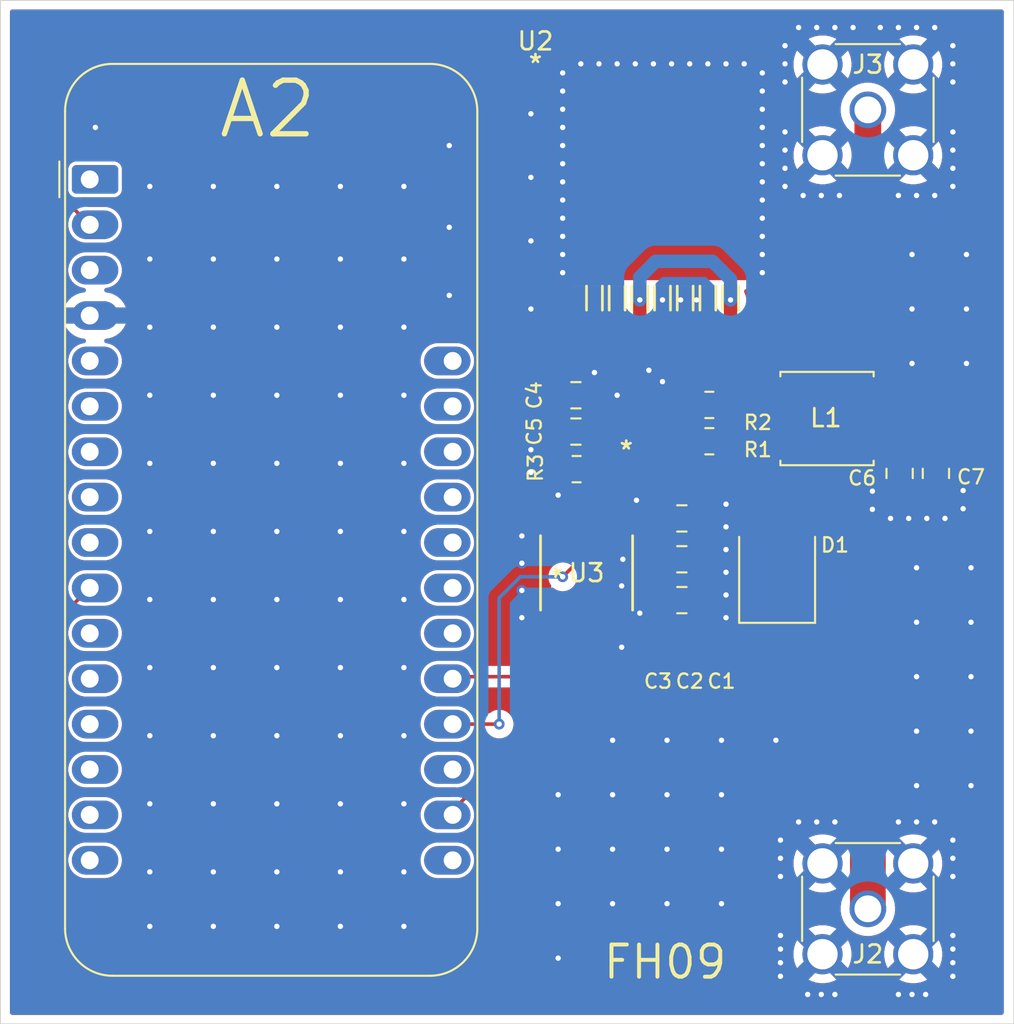
<source format=kicad_pcb>
(kicad_pcb
	(version 20241229)
	(generator "pcbnew")
	(generator_version "9.0")
	(general
		(thickness 1.6)
		(legacy_teardrops no)
	)
	(paper "A4")
	(layers
		(0 "F.Cu" signal)
		(2 "B.Cu" signal)
		(9 "F.Adhes" user "F.Adhesive")
		(11 "B.Adhes" user "B.Adhesive")
		(13 "F.Paste" user)
		(15 "B.Paste" user)
		(5 "F.SilkS" user "F.Silkscreen")
		(7 "B.SilkS" user "B.Silkscreen")
		(1 "F.Mask" user)
		(3 "B.Mask" user)
		(17 "Dwgs.User" user "User.Drawings")
		(19 "Cmts.User" user "User.Comments")
		(21 "Eco1.User" user "User.Eco1")
		(23 "Eco2.User" user "User.Eco2")
		(25 "Edge.Cuts" user)
		(27 "Margin" user)
		(31 "F.CrtYd" user "F.Courtyard")
		(29 "B.CrtYd" user "B.Courtyard")
		(35 "F.Fab" user)
		(33 "B.Fab" user)
		(39 "User.1" user)
		(41 "User.2" user)
		(43 "User.3" user)
		(45 "User.4" user)
	)
	(setup
		(stackup
			(layer "F.SilkS"
				(type "Top Silk Screen")
			)
			(layer "F.Paste"
				(type "Top Solder Paste")
			)
			(layer "F.Mask"
				(type "Top Solder Mask")
				(thickness 0.01)
			)
			(layer "F.Cu"
				(type "copper")
				(thickness 0.035)
			)
			(layer "dielectric 1"
				(type "core")
				(thickness 1.51)
				(material "FR4")
				(epsilon_r 4.5)
				(loss_tangent 0.02)
			)
			(layer "B.Cu"
				(type "copper")
				(thickness 0.035)
			)
			(layer "B.Mask"
				(type "Bottom Solder Mask")
				(thickness 0.01)
			)
			(layer "B.Paste"
				(type "Bottom Solder Paste")
			)
			(layer "B.SilkS"
				(type "Bottom Silk Screen")
			)
			(copper_finish "None")
			(dielectric_constraints no)
		)
		(pad_to_mask_clearance 0.0508)
		(allow_soldermask_bridges_in_footprints no)
		(tenting front back)
		(pcbplotparams
			(layerselection 0x00000000_00000000_55555555_5755f5ff)
			(plot_on_all_layers_selection 0x00000000_00000000_00000000_00000000)
			(disableapertmacros no)
			(usegerberextensions no)
			(usegerberattributes yes)
			(usegerberadvancedattributes yes)
			(creategerberjobfile yes)
			(dashed_line_dash_ratio 12.000000)
			(dashed_line_gap_ratio 3.000000)
			(svgprecision 4)
			(plotframeref no)
			(mode 1)
			(useauxorigin no)
			(hpglpennumber 1)
			(hpglpenspeed 20)
			(hpglpendiameter 15.000000)
			(pdf_front_fp_property_popups yes)
			(pdf_back_fp_property_popups yes)
			(pdf_metadata yes)
			(pdf_single_document no)
			(dxfpolygonmode yes)
			(dxfimperialunits yes)
			(dxfusepcbnewfont yes)
			(psnegative no)
			(psa4output no)
			(plot_black_and_white yes)
			(sketchpadsonfab no)
			(plotpadnumbers no)
			(hidednponfab no)
			(sketchdnponfab yes)
			(crossoutdnponfab yes)
			(subtractmaskfromsilk no)
			(outputformat 1)
			(mirror no)
			(drillshape 1)
			(scaleselection 1)
			(outputdirectory "")
		)
	)
	(net 0 "")
	(net 1 "/GND")
	(net 2 "Net-(D1-K)")
	(net 3 "Net-(U2-VC)")
	(net 4 "Net-(C5-Pad2)")
	(net 5 "/SCLK")
	(net 6 "/SYNC_1")
	(net 7 "/SYNC")
	(net 8 "/SDI_1")
	(net 9 "/SDI")
	(net 10 "/SCLK_1")
	(net 11 "/SDO")
	(net 12 "unconnected-(A2-D0-Pad19)")
	(net 13 "unconnected-(A2-EN-Pad27)")
	(net 14 "unconnected-(A2-A0-Pad5)")
	(net 15 "unconnected-(A2-A4-Pad9)")
	(net 16 "unconnected-(A2-A3-Pad8)")
	(net 17 "unconnected-(A2-D5-Pad24)")
	(net 18 "unconnected-(A2-A2-Pad7)")
	(net 19 "unconnected-(A2-~{RESET}-Pad1)")
	(net 20 "unconnected-(A2-MISO-Pad13)")
	(net 21 "unconnected-(A2-A1-Pad6)")
	(net 22 "unconnected-(A2-VBAT-Pad28)")
	(net 23 "unconnected-(A2-D4-Pad23)")
	(net 24 "unconnected-(A2-USB-Pad26)")
	(net 25 "unconnected-(A2-SDA-Pad17)")
	(net 26 "unconnected-(A2-D3-Pad22)")
	(net 27 "/AVDD_3V3")
	(net 28 "unconnected-(A2-AREF-Pad3)")
	(net 29 "unconnected-(A2-SPARE-Pad16)")
	(net 30 "unconnected-(A2-TX-Pad15)")
	(net 31 "unconnected-(A2-D6-Pad25)")
	(net 32 "Net-(U2-FB)")
	(net 33 "unconnected-(U2-NFB-Pad6)")
	(net 34 "Net-(D1-A)")
	(net 35 "Net-(J3-Pin_1)")
	(footprint "Capacitor_SMD:C_0805_2012Metric_Pad1.18x1.45mm_HandSolder" (layer "F.Cu") (at 174.9845 98.806))
	(footprint "Capacitor_SMD:C_0805_2012Metric_Pad1.18x1.45mm_HandSolder" (layer "F.Cu") (at 180.915 105.952))
	(footprint "Diode_SMD:D_PowerDI-5" (layer "F.Cu") (at 186.249 105.698 90))
	(footprint "Capacitor_SMD:C_0805_2012Metric_Pad1.18x1.45mm_HandSolder" (layer "F.Cu") (at 195.139 101.1475 -90))
	(footprint "Capacitor_SMD:C_0805_2012Metric_Pad1.18x1.45mm_HandSolder" (layer "F.Cu") (at 180.915 108.238))
	(footprint "Capacitor_SMD:C_0805_2012Metric_Pad1.18x1.45mm_HandSolder" (layer "F.Cu") (at 193.107 101.1475 -90))
	(footprint "Connector_Coaxial:SMA_Wurth_60312002114503_Vertical" (layer "F.Cu") (at 191.329 125.51))
	(footprint "control:DDPAK-7_R_LIT" (layer "F.Cu") (at 179.832 84.709))
	(footprint "control:SOIC8-N_MC_MCH" (layer "F.Cu") (at 175.581 106.714 90))
	(footprint "Resistor_SMD:R_0805_2012Metric_Pad1.20x1.40mm_HandSolder" (layer "F.Cu") (at 182.455 99.348 180))
	(footprint "Inductor_SMD:L_APV_ANR5040" (layer "F.Cu") (at 189.043 98.078))
	(footprint "Capacitor_SMD:C_0805_2012Metric_Pad1.18x1.45mm_HandSolder" (layer "F.Cu") (at 174.9845 96.774))
	(footprint "Module:Adafruit_Feather" (layer "F.Cu") (at 147.765 84.695))
	(footprint "Resistor_SMD:R_0805_2012Metric_Pad1.20x1.40mm_HandSolder" (layer "F.Cu") (at 182.455 97.316 180))
	(footprint "Connector_Coaxial:SMA_Wurth_60312002114503_Vertical" (layer "F.Cu") (at 191.329 80.806))
	(footprint "Capacitor_SMD:C_0805_2012Metric_Pad1.18x1.45mm_HandSolder" (layer "F.Cu") (at 180.915 103.666))
	(footprint "Resistor_SMD:R_0805_2012Metric_Pad1.20x1.40mm_HandSolder" (layer "F.Cu") (at 175.022 100.91 180))
	(gr_rect
		(start 142.767 74.684)
		(end 199.496 131.945)
		(stroke
			(width 0.05)
			(type default)
		)
		(fill no)
		(layer "Edge.Cuts")
		(uuid "7d826b56-cfc2-4bb7-a542-b3abfd14a831")
	)
	(gr_text "FH09"
		(at 176.403 129.54 0)
		(layer "F.SilkS")
		(uuid "7237b5e7-188d-4c6a-b24e-992bcd23d17b")
		(effects
			(font
				(size 1.8 1.8)
				(thickness 0.22)
			)
			(justify left bottom)
		)
	)
	(gr_text "*"
		(at 177.803 99.8572 0)
		(layer "F.SilkS")
		(uuid "c976c3d7-c99f-4766-8ca3-71ca5121dcf4")
		(effects
			(font
				(size 1 1)
				(thickness 0.15)
			)
		)
	)
	(via
		(at 161.798 89.154)
		(size 0.6)
		(drill 0.3)
		(layers "F.Cu" "B.Cu")
		(free yes)
		(net 1)
		(uuid "022a7f54-3a15-455e-bd21-897aaf276787")
	)
	(via
		(at 148.082 81.788)
		(size 0.6)
		(drill 0.3)
		(layers "F.Cu" "B.Cu")
		(free yes)
		(net 1)
		(uuid "0357fda9-33d9-4875-849a-53919cc3b788")
	)
	(via
		(at 195.072 85.598)
		(size 0.6)
		(drill 0.3)
		(layers "F.Cu" "B.Cu")
		(free yes)
		(net 1)
		(uuid "0466439f-23bf-4edc-94e7-bb8963d77f4d")
	)
	(via
		(at 172.466 99.822)
		(size 0.6)
		(drill 0.3)
		(layers "F.Cu" "B.Cu")
		(free yes)
		(net 1)
		(uuid "061718c9-42fa-47aa-96f6-fdbed032df3c")
	)
	(via
		(at 171.958 104.648)
		(size 0.6)
		(drill 0.3)
		(layers "F.Cu" "B.Cu")
		(free yes)
		(net 1)
		(uuid "069eb2d3-e667-40b7-91f2-9861760534ae")
	)
	(via
		(at 151.13 126.492)
		(size 0.6)
		(drill 0.3)
		(layers "F.Cu" "B.Cu")
		(free yes)
		(net 1)
		(uuid "0753f6a1-79db-4376-8f4f-4148879a3951")
	)
	(via
		(at 184.404 78.232)
		(size 0.6)
		(drill 0.3)
		(layers "F.Cu" "B.Cu")
		(free yes)
		(net 1)
		(uuid "0820f648-8c60-4b71-b6a4-463f74f50dee")
	)
	(via
		(at 158.242 89.154)
		(size 0.6)
		(drill 0.3)
		(layers "F.Cu" "B.Cu")
		(free yes)
		(net 1)
		(uuid "0cd8685a-91c2-4665-a198-694445e40341")
	)
	(via
		(at 196.85 91.948)
		(size 0.6)
		(drill 0.3)
		(layers "F.Cu" "B.Cu")
		(free yes)
		(net 1)
		(uuid "0d036202-620b-4320-80e7-465bd129c3c4")
	)
	(via
		(at 165.354 92.964)
		(size 0.6)
		(drill 0.3)
		(layers "F.Cu" "B.Cu")
		(free yes)
		(net 1)
		(uuid "0e04c2ad-3da7-4ca1-bba7-06839a8c68f3")
	)
	(via
		(at 165.354 104.394)
		(size 0.6)
		(drill 0.3)
		(layers "F.Cu" "B.Cu")
		(free yes)
		(net 1)
		(uuid "0f068988-6fd8-474e-9e93-863c23f13b36")
	)
	(via
		(at 151.13 112.014)
		(size 0.6)
		(drill 0.3)
		(layers "F.Cu" "B.Cu")
		(free yes)
		(net 1)
		(uuid "0f2d7426-c27b-44ea-a3b7-82d9522412f3")
	)
	(via
		(at 196.088 129.286)
		(size 0.6)
		(drill 0.3)
		(layers "F.Cu" "B.Cu")
		(free yes)
		(net 1)
		(uuid "10e60809-a077-4002-b8e9-e94f06bb5e8e")
	)
	(via
		(at 192.599 103.666)
		(size 0.6)
		(drill 0.3)
		(layers "F.Cu" "B.Cu")
		(free yes)
		(net 1)
		(uuid "12252fda-ee80-4987-8618-77e406b62363")
	)
	(via
		(at 161.798 112.014)
		(size 0.6)
		(drill 0.3)
		(layers "F.Cu" "B.Cu")
		(free yes)
		(net 1)
		(uuid "13ddb42f-a62e-44de-9423-858f27c36612")
	)
	(via
		(at 154.686 112.014)
		(size 0.6)
		(drill 0.3)
		(layers "F.Cu" "B.Cu")
		(free yes)
		(net 1)
		(uuid "13f8abd8-34af-4323-b96b-f8eba60040ff")
	)
	(via
		(at 188.722 85.598)
		(size 0.6)
		(drill 0.3)
		(layers "F.Cu" "B.Cu")
		(free yes)
		(net 1)
		(uuid "1461b83a-fe70-4191-a1cf-c5e4f52de5c5")
	)
	(via
		(at 161.798 92.964)
		(size 0.6)
		(drill 0.3)
		(layers "F.Cu" "B.Cu")
		(free yes)
		(net 1)
		(uuid "1582ca8e-38da-4dca-a8ab-d2f570031f99")
	)
	(via
		(at 193.04 76.2)
		(size 0.6)
		(drill 0.3)
		(layers "F.Cu" "B.Cu")
		(free yes)
		(net 1)
		(uuid "167d798a-3c14-45c7-9bd9-678312bb63f4")
	)
	(via
		(at 154.686 96.774)
		(size 0.6)
		(drill 0.3)
		(layers "F.Cu" "B.Cu")
		(free yes)
		(net 1)
		(uuid "17fc35b2-9870-4767-918c-2bd8889f0d84")
	)
	(via
		(at 165.354 85.09)
		(size 0.6)
		(drill 0.3)
		(layers "F.Cu" "B.Cu")
		(free yes)
		(net 1)
		(uuid "1b8c021a-2ce8-425b-85c2-f3887a7dc30c")
	)
	(via
		(at 194.056 115.57)
		(size 0.6)
		(drill 0.3)
		(layers "F.Cu" "B.Cu")
		(free yes)
		(net 1)
		(uuid "1bc1f739-3400-4ab9-9abd-930254bf090d")
	)
	(via
		(at 154.686 92.964)
		(size 0.6)
		(drill 0.3)
		(layers "F.Cu" "B.Cu")
		(free yes)
		(net 1)
		(uuid "1fb9fe0b-2adf-491d-8882-2c9d99caa1f9")
	)
	(via
		(at 174.244 78.74)
		(size 0.6)
		(drill 0.3)
		(layers "F.Cu" "B.Cu")
		(free yes)
		(net 1)
		(uuid "209b3c18-b836-412c-aa6e-1cd072413258")
	)
	(via
		(at 186.69 79.248)
		(size 0.6)
		(drill 0.3)
		(layers "F.Cu" "B.Cu")
		(free yes)
		(net 1)
		(uuid "21b08b88-8084-4ce9-8775-87ffc1e2474c")
	)
	(via
		(at 193.04 120.65)
		(size 0.6)
		(drill 0.3)
		(layers "F.Cu" "B.Cu")
		(free yes)
		(net 1)
		(uuid "2258680f-3a2a-4d35-8478-d5b6ba657ed5")
	)
	(via
		(at 186.436 121.666)
		(size 0.6)
		(drill 0.3)
		(layers "F.Cu" "B.Cu")
		(free yes)
		(net 1)
		(uuid "22cc9f5d-e780-4759-afd7-20b3d6d5185e")
	)
	(via
		(at 172.466 81.026)
		(size 0.6)
		(drill 0.3)
		(layers "F.Cu" "B.Cu")
		(free yes)
		(net 1)
		(uuid "235bb6ec-6c07-4a1e-ab26-bfa0713110d0")
	)
	(via
		(at 174.244 85.852)
		(size 0.6)
		(drill 0.3)
		(layers "F.Cu" "B.Cu")
		(free yes)
		(net 1)
		(uuid "241ad215-a263-4f1e-b778-23a9201e11c9")
	)
	(via
		(at 154.686 89.154)
		(size 0.6)
		(drill 0.3)
		(layers "F.Cu" "B.Cu")
		(free yes)
		(net 1)
		(uuid "24502048-467e-4a75-b9cb-638502580587")
	)
	(via
		(at 173.99 125.222)
		(size 0.6)
		(drill 0.3)
		(layers "F.Cu" "B.Cu")
		(free yes)
		(net 1)
		(uuid "25884d8f-2d11-4d1e-98e6-2ab3177a038f")
	)
	(via
		(at 188.468 76.2)
		(size 0.6)
		(drill 0.3)
		(layers "F.Cu" "B.Cu")
		(free yes)
		(net 1)
		(uuid "272fdf4b-d5e4-4999-bc08-223055105070")
	)
	(via
		(at 174.244 86.868)
		(size 0.6)
		(drill 0.3)
		(layers "F.Cu" "B.Cu")
		(free yes)
		(net 1)
		(uuid "277b22c1-a57d-434f-91ff-b40e31a4c168")
	)
	(via
		(at 185.42 78.74)
		(size 0.6)
		(drill 0.3)
		(layers "F.Cu" "B.Cu")
		(free yes)
		(net 1)
		(uuid "2b9cf849-9af6-4dd4-9762-a57a74df0e16")
	)
	(via
		(at 185.42 79.756)
		(size 0.6)
		(drill 0.3)
		(layers "F.Cu" "B.Cu")
		(free yes)
		(net 1)
		(uuid "2bbd2535-2f13-4434-8cfd-f4775ed39716")
	)
	(via
		(at 197.104 118.618)
		(size 0.6)
		(drill 0.3)
		(layers "F.Cu" "B.Cu")
		(free yes)
		(net 1)
		(uuid "2eab01a9-486a-4813-b520-56800a893bb7")
	)
	(via
		(at 158.242 115.824)
		(size 0.6)
		(drill 0.3)
		(layers "F.Cu" "B.Cu")
		(free yes)
		(net 1)
		(uuid "2ec22209-8426-4e9a-b4b6-3a9ab26be777")
	)
	(via
		(at 172.466 91.948)
		(size 0.6)
		(drill 0.3)
		(layers "F.Cu" "B.Cu")
		(free yes)
		(net 1)
		(uuid "2f259484-8498-42e0-9cee-fefe474a4a9e")
	)
	(via
		(at 186.69 77.216)
		(size 0.6)
		(drill 0.3)
		(layers "F.Cu" "B.Cu")
		(free yes)
		(net 1)
		(uuid "2fff6f76-4c18-4e38-ab5d-66d390c23023")
	)
	(via
		(at 193.615 103.666)
		(size 0.6)
		(drill 0.3)
		(layers "F.Cu" "B.Cu")
		(free yes)
		(net 1)
		(uuid "303cbfb5-caab-4cea-9717-638333d270f6")
	)
	(via
		(at 195.647 103.666)
		(size 0.6)
		(drill 0.3)
		(layers "F.Cu" "B.Cu")
		(free yes)
		(net 1)
		(uuid "305db2ec-9367-4cfd-9dff-0fedad52cbd8")
	)
	(via
		(at 161.798 96.774)
		(size 0.6)
		(drill 0.3)
		(layers "F.Cu" "B.Cu")
		(free yes)
		(net 1)
		(uuid "3555fab7-9208-4d71-bfe6-4ce6f649d863")
	)
	(via
		(at 171.958 106.172)
		(size 0.6)
		(drill 0.3)
		(layers "F.Cu" "B.Cu")
		(free yes)
		(net 1)
		(uuid "39aab8ba-e8ea-42c9-adfb-d2a837376d1f")
	)
	(via
		(at 183.388 107.95)
		(size 0.6)
		(drill 0.3)
		(layers "F.Cu" "B.Cu")
		(free yes)
		(net 1)
		(uuid "3d6ca1de-ef1c-4a69-a850-4b2c91abfef4")
	)
	(via
		(at 179.07 95.377)
		(size 0.6)
		(drill 0.3)
		(layers "F.Cu" "B.Cu")
		(free yes)
		(net 1)
		(uuid "3eda9630-97fd-4941-92cb-ba178808d194")
	)
	(via
		(at 195.072 76.2)
		(size 0.6)
		(drill 0.3)
		(layers "F.Cu" "B.Cu")
		(free yes)
		(net 1)
		(uuid "40340e1c-541c-4eb1-8e9a-477ce26fdbc2")
	)
	(via
		(at 196.088 127.762)
		(size 0.6)
		(drill 0.3)
		(layers "F.Cu" "B.Cu")
		(free yes)
		(net 1)
		(uuid "4092eb70-5fe4-4887-97e9-b720b6a859a0")
	)
	(via
		(at 174.244 89.916)
		(size 0.6)
		(drill 0.3)
		(layers "F.Cu" "B.Cu")
		(free yes)
		(net 1)
		(uuid "44b15f2a-c6ce-42a7-bb1d-e0576c2030f0")
	)
	(via
		(at 180.086 119.126)
		(size 0.6)
		(drill 0.3)
		(layers "F.Cu" "B.Cu")
		(free yes)
		(net 1)
		(uuid "459bcd64-6ae7-45ce-aa96-732e2bab994e")
	)
	(via
		(at 151.13 123.444)
		(size 0.6)
		(drill 0.3)
		(layers "F.Cu" "B.Cu")
		(free yes)
		(net 1)
		(uuid "47ac5325-e97b-4e07-b50e-cc3f86b42f2f")
	)
	(via
		(at 196.088 128.524)
		(size 0.6)
		(drill 0.3)
		(layers "F.Cu" "B.Cu")
		(free yes)
		(net 1)
		(uuid "47f0df0d-8590-4970-8269-5d6b263fd02d")
	)
	(via
		(at 161.798 104.394)
		(size 0.6)
		(drill 0.3)
		(layers "F.Cu" "B.Cu")
		(free yes)
		(net 1)
		(uuid "493cda7a-2298-4c61-9829-6f4ce899f168")
	)
	(via
		(at 187.96 130.302)
		(size 0.6)
		(drill 0.3)
		(layers "F.Cu" "B.Cu")
		(free yes)
		(net 1)
		(uuid "497526d0-7351-4eb0-84d3-a207f9553660")
	)
	(via
		(at 161.798 123.444)
		(size 0.6)
		(drill 0.3)
		(layers "F.Cu" "B.Cu")
		(free yes)
		(net 1)
		(uuid "4a69416b-1f6e-4e30-a3ae-300818611b98")
	)
	(via
		(at 196.088 122.682)
		(size 0.6)
		(drill 0.3)
		(layers "F.Cu" "B.Cu")
		(free yes)
		(net 1)
		(uuid "4c1eee6e-0dc7-40eb-875c-7b02bc451511")
	)
	(via
		(at 177.546 110.871)
		(size 0.6)
		(drill 0.3)
		(layers "F.Cu" "B.Cu")
		(free yes)
		(net 1)
		(uuid "4cca54a4-058b-4df2-8cc7-69b5c833ba61")
	)
	(via
		(at 186.69 78.232)
		(size 0.6)
		(drill 0.3)
		(layers "F.Cu" "B.Cu")
		(free yes)
		(net 1)
		(uuid "4ebf3c51-6d70-46cd-a5c1-895667c27e10")
	)
	(via
		(at 183.134 116.078)
		(size 0.6)
		(drill 0.3)
		(layers "F.Cu" "B.Cu")
		(free yes)
		(net 1)
		(uuid "4f15b733-b1bc-4ae6-96a5-5d5f084c7088")
	)
	(via
		(at 161.798 108.204)
		(size 0.6)
		(drill 0.3)
		(layers "F.Cu" "B.Cu")
		(free yes)
		(net 1)
		(uuid "50982085-02ef-4e0c-9321-fc942c12a17d")
	)
	(via
		(at 186.436 122.682)
		(size 0.6)
		(drill 0.3)
		(layers "F.Cu" "B.Cu")
		(free yes)
		(net 1)
		(uuid "509e2d2a-8838-46cd-af23-1f89860b6a99")
	)
	(via
		(at 187.706 85.598)
		(size 0.6)
		(drill 0.3)
		(layers "F.Cu" "B.Cu")
		(free yes)
		(net 1)
		(uuid "52ddbeff-27e8-419b-892e-cd84fdc86c6d")
	)
	(via
		(at 173.99 128.27)
		(size 0.6)
		(drill 0.3)
		(layers "F.Cu" "B.Cu")
		(free yes)
		(net 1)
		(uuid "531e82ae-9b4b-4bc3-a55e-5c0a995fad34")
	)
	(via
		(at 173.99 122.174)
		(size 0.6)
		(drill 0.3)
		(layers "F.Cu" "B.Cu")
		(free yes)
		(net 1)
		(uuid "565cd5c8-80a7-4761-8475-8e87a7427431")
	)
	(via
		(at 174.244 88.9)
		(size 0.6)
		(drill 0.3)
		(layers "F.Cu" "B.Cu")
		(free yes)
		(net 1)
		(uuid "5c4e250b-37f7-4d0a-9104-734fbfc3bbdb")
	)
	(via
		(at 174.244 79.756)
		(size 0.6)
		(drill 0.3)
		(layers "F.Cu" "B.Cu")
		(free yes)
		(net 1)
		(uuid "5cfa96ed-f538-47a6-b022-ddc2f163c502")
	)
	(via
		(at 151.13 115.824)
		(size 0.6)
		(drill 0.3)
		(layers "F.Cu" "B.Cu")
		(free yes)
		(net 1)
		(uuid "60afabe0-cbff-4382-9192-c969726830d0")
	)
	(via
		(at 161.798 119.634)
		(size 0.6)
		(drill 0.3)
		(layers "F.Cu" "B.Cu")
		(free yes)
		(net 1)
		(uuid "6271c0c3-ec03-449f-be22-60e5b766fbb0")
	)
	(via
		(at 194.056 120.65)
		(size 0.6)
		(drill 0.3)
		(layers "F.Cu" "B.Cu")
		(free yes)
		(net 1)
		(uuid "62a25916-8219-4447-bbf0-3ff01da52d06")
	)
	(via
		(at 154.686 126.492)
		(size 0.6)
		(drill 0.3)
		(layers "F.Cu" "B.Cu")
		(free yes)
		(net 1)
		(uuid "633919b5-1522-46c4-bf10-0e19d22bd67a")
	)
	(via
		(at 185.42 87.884)
		(size 0.6)
		(drill 0.3)
		(layers "F.Cu" "B.Cu")
		(free yes)
		(net 1)
		(uuid "6569c76a-6b08-4b12-9cfe-37780fc35622")
	)
	(via
		(at 191.583 102.142)
		(size 0.6)
		(drill 0.3)
		(layers "F.Cu" "B.Cu")
		(free yes)
		(net 1)
		(uuid "6759cff2-5686-4198-a323-c49220b3413b")
	)
	(via
		(at 180.086 125.222)
		(size 0.6)
		(drill 0.3)
		(layers "F.Cu" "B.Cu")
		(free yes)
		(net 1)
		(uuid "6772f02d-0736-4eff-8ae0-c9a29e755d77")
	)
	(via
		(at 154.686 85.09)
		(size 0.6)
		(drill 0.3)
		(layers "F.Cu" "B.Cu")
		(free yes)
		(net 1)
		(uuid "6791da97-aafc-44e1-9558-b6dda5564155")
	)
	(via
		(at 158.242 96.774)
		(size 0.6)
		(drill 0.3)
		(layers "F.Cu" "B.Cu")
		(free yes)
		(net 1)
		(uuid "68a983af-1d72-436e-91bd-9e00b18a87d6")
	)
	(via
		(at 193.802 94.996)
		(size 0.6)
		(drill 0.3)
		(layers "F.Cu" "B.Cu")
		(free yes)
		(net 1)
		(uuid "68ab9c18-a1d5-42a1-b01b-09952cfe1842")
	)
	(via
		(at 194.564 130.302)
		(size 0.6)
		(drill 0.3)
		(layers "F.Cu" "B.Cu")
		(free yes)
		(net 1)
		(uuid "69a0ef83-8285-4213-aa40-fd70e9b938ff")
	)
	(via
		(at 183.134 119.126)
		(size 0.6)
		(drill 0.3)
		(layers "F.Cu" "B.Cu")
		(free yes)
		(net 1)
		(uuid "6add867e-2afb-4e12-97fa-1756708e2133")
	)
	(via
		(at 154.686 123.444)
		(size 0.6)
		(drill 0.3)
		(layers "F.Cu" "B.Cu")
		(free yes)
		(net 1)
		(uuid "6b2f46fd-2d52-4d9b-acd5-4fbb11f90621")
	)
	(via
		(at 179.324 78.232)
		(size 0.6)
		(drill 0.3)
		(layers "F.Cu" "B.Cu")
		(free yes)
		(net 1)
		(uuid "6bc4c6b2-017c-4d2d-aa87-71c8faee24d0")
	)
	(via
		(at 193.802 130.302)
		(size 0.6)
		(drill 0.3)
		(layers "F.Cu" "B.Cu")
		(free yes)
		(net 1)
		(uuid "6f45f139-71f7-45b0-ae3e-d763125e436d")
	)
	(via
		(at 165.354 112.014)
		(size 0.6)
		(drill 0.3)
		(layers "F.Cu" "B.Cu")
		(free yes)
		(net 1)
		(uuid "6fb1934a-7d7c-4c6a-809e-4d267cddb8a1")
	)
	(via
		(at 186.69 82.042)
		(size 0.6)
		(drill 0.3)
		(layers "F.Cu" "B.Cu")
		(free yes)
		(net 1)
		(uuid "6fbe1d9a-54dc-4635-bbf0-e61c4746a1b4")
	)
	(via
		(at 185.42 89.916)
		(size 0.6)
		(drill 0.3)
		(layers "F.Cu" "B.Cu")
		(free yes)
		(net 1)
		(uuid "721e988b-3b96-439d-97cf-a7308c571983")
	)
	(via
		(at 181.356 78.232)
		(size 0.6)
		(drill 0.3)
		(layers "F.Cu" "B.Cu")
		(free yes)
		(net 1)
		(uuid "732ce4d1-8e7c-42dd-acf9-b0483a5add8b")
	)
	(via
		(at 171.958 107.696)
		(size 0.6)
		(drill 0.3)
		(layers "F.Cu" "B.Cu")
		(free yes)
		(net 1)
		(uuid "73b222bd-68ba-49fc-965e-5210dbb1f239")
	)
	(via
		(at 181.737 91.44)
		(size 0.6)
		(drill 0.3)
		(layers "F.Cu" "B.Cu")
		(free yes)
		(net 1)
		(uuid "75cfa8b4-ddd2-4518-8cdf-a837bcdaaaeb")
	)
	(via
		(at 158.242 112.014)
		(size 0.6)
		(drill 0.3)
		(layers "F.Cu" "B.Cu")
		(free yes)
		(net 1)
		(uuid "75dd3504-17a3-4f7f-83b7-d094c0adb41b")
	)
	(via
		(at 185.42 82.804)
		(size 0.6)
		(drill 0.3)
		(layers "F.Cu" "B.Cu")
		(free yes)
		(net 1)
		(uuid "7825c115-2145-4959-a1ef-f4eb55f39dcf")
	)
	(via
		(at 151.13 92.964)
		(size 0.6)
		(drill 0.3)
		(layers "F.Cu" "B.Cu")
		(free yes)
		(net 1)
		(uuid "7902a28b-a158-41cc-b73a-ad1a9ae8a6f3")
	)
	(via
		(at 186.69 83.058)
		(size 0.6)
		(drill 0.3)
		(layers "F.Cu" "B.Cu")
		(free yes)
		(net 1)
		(uuid "7e4e4bd8-1ff3-4867-8ccd-81707f78bdc2")
	)
	(via
		(at 183.388 102.87)
		(size 0.6)
		(drill 0.3)
		(layers "F.Cu" "B.Cu")
		(free yes)
		(net 1)
		(uuid "7e5244d6-4cae-4c35-a58e-cb8f477223bb")
	)
	(via
		(at 185.42 81.788)
		(size 0.6)
		(drill 0.3)
		(layers "F.Cu" "B.Cu")
		(free yes)
		(net 1)
		(uuid "7f770965-b9e9-4f4a-b8d2-243b7ca9b000")
	)
	(via
		(at 196.088 85.09)
		(size 0.6)
		(drill 0.3)
		(layers "F.Cu" "B.Cu")
		(free yes)
		(net 1)
		(uuid "812ce491-980d-4d34-b838-cae899e97332")
	)
	(via
		(at 151.13 119.634)
		(size 0.6)
		(drill 0.3)
		(layers "F.Cu" "B.Cu")
		(free yes)
		(net 1)
		(uuid "835ebea5-ab81-49df-9012-3c64cf9faf6c")
	)
	(via
		(at 178.562 108.966)
		(size 0.6)
		(drill 0.3)
		(layers "F.Cu" "B.Cu")
		(free yes)
		(net 1)
		(uuid "839ece9e-03cc-4014-8c87-0c2b821d7198")
	)
	(via
		(at 186.182 116.078)
		(size 0.6)
		(drill 0.3)
		(layers "F.Cu" "B.Cu")
		(free yes)
		(net 1)
		(uuid "856e517a-279a-48ba-a85a-2cdbfc8abfcd")
	)
	(via
		(at 186.436 127.762)
		(size 0.6)
		(drill 0.3)
		(layers "F.Cu" "B.Cu")
		(free yes)
		(net 1)
		(uuid "87bbde76-4ed2-4a59-bf22-fe73f711c732")
	)
	(via
		(at 151.13 85.09)
		(size 0.6)
		(drill 0.3)
		(layers "F.Cu" "B.Cu")
		(free yes)
		(net 1)
		(uuid "892a3b0d-e462-4fa0-b825-718baa330a56")
	)
	(via
		(at 188.468 120.65)
		(size 0.6)
		(drill 0.3)
		(layers "F.Cu" "B.Cu")
		(free yes)
		(net 1)
		(uuid "89bec8bc-d66e-4049-b2d5-82b8f8389819")
	)
	(via
		(at 185.42 83.82)
		(size 0.6)
		(drill 0.3)
		(layers "F.Cu" "B.Cu")
		(free yes)
		(net 1)
		(uuid "8d0e7704-1894-4912-afae-9646d9654863")
	)
	(via
		(at 154.686 100.584)
		(size 0.6)
		(drill 0.3)
		(layers "F.Cu" "B.Cu")
		(free yes)
		(net 1)
		(uuid "8e05fc78-a3a4-4748-8d10-bc102d100f68")
	)
	(via
		(at 185.42 85.852)
		(size 0.6)
		(drill 0.3)
		(layers "F.Cu" "B.Cu")
		(free yes)
		(net 1)
		(uuid "90742a2c-a6d9-4c5f-bf3a-dc9990bf294f")
	)
	(via
		(at 161.798 115.824)
		(size 0.6)
		(drill 0.3)
		(layers "F.Cu" "B.Cu")
		(free yes)
		(net 1)
		(uuid "90fb4fcf-6ebc-4c5f-84dc-e4845a35fb69")
	)
	(via
		(at 196.85 88.9)
		(size 0.6)
		(drill 0.3)
		(layers "F.Cu" "B.Cu")
		(free yes)
		(net 1)
		(uuid "9211a65c-db28-4085-9be8-26dd51af3afb")
	)
	(via
		(at 188.722 130.302)
		(size 0.6)
		(drill 0.3)
		(layers "F.Cu" "B.Cu")
		(free yes)
		(net 1)
		(uuid "92e959e1-e9d2-41ee-ba2e-da3e743ffd40")
	)
	(via
		(at 167.894 82.804)
		(size 0.6)
		(drill 0.3)
		(layers "F.Cu" "B.Cu")
		(free yes)
		(net 1)
		(uuid "93f81d84-8c02-4ed8-8aa6-f30633620e10")
	)
	(via
		(at 196.088 77.216)
		(size 0.6)
		(drill 0.3)
		(layers "F.Cu" "B.Cu")
		(free yes)
		(net 1)
		(uuid "942d0cec-ec96-44a8-9b62-21fb2df55d77")
	)
	(via
		(at 186.436 123.698)
		(size 0.6)
		(drill 0.3)
		(layers "F.Cu" "B.Cu")
		(free yes)
		(net 1)
		(uuid "949097c9-7243-41a5-a18a-df97877fa4fd")
	)
	(via
		(at 172.466 101.092)
		(size 0.6)
		(drill 0.3)
		(layers "F.Cu" "B.Cu")
		(free yes)
		(net 1)
		(uuid "970b4eee-9715-40f9-86e4-022db671f18f")
	)
	(via
		(at 151.13 96.774)
		(size 0.6)
		(drill 0.3)
		(layers "F.Cu" "B.Cu")
		(free yes)
		(net 1)
		(uuid "99646068-20a2-4dc3-9d09-e9aa7b954381")
	)
	(via
		(at 196.088 123.698)
		(size 0.6)
		(drill 0.3)
		(layers "F.Cu" "B.Cu")
		(free yes)
		(net 1)
		(uuid "9a74316d-cd25-4a74-bd83-93519ccb9b97")
	)
	(via
		(at 174.244 81.788)
		(size 0.6)
		(drill 0.3)
		(layers "F.Cu" "B.Cu")
		(free yes)
		(net 1)
		(uuid "9b36d35e-638f-4763-8f90-a61ef7a7fd37")
	)
	(via
		(at 174.244 82.804)
		(size 0.6)
		(drill 0.3)
		(layers "F.Cu" "B.Cu")
		(free yes)
		(net 1)
		(uuid "9c2ed3e8-f605-4d8d-b3fe-4c1de36c3848")
	)
	(via
		(at 165.354 126.492)
		(size 0.6)
		(drill 0.3)
		(layers "F.Cu" "B.Cu")
		(free yes)
		(net 1)
		(uuid "9c97bc9a-d596-4f0c-a3df-8109c5c87eb2")
	)
	(via
		(at 171.958 109.22)
		(size 0.6)
		(drill 0.3)
		(layers "F.Cu" "B.Cu")
		(free yes)
		(net 1)
		(uuid "a15e293a-8c25-41e8-99d4-41c582b06007")
	)
	(via
		(at 151.13 89.154)
		(size 0.6)
		(drill 0.3)
		(layers "F.Cu" "B.Cu")
		(free yes)
		(net 1)
		(uuid "a3e3d3dd-ea18-4e41-a9e1-d17584855d30")
	)
	(via
		(at 194.056 85.598)
		(size 0.6)
		(drill 0.3)
		(layers "F.Cu" "B.Cu")
		(free yes)
		(net 1)
		(uuid "a60616c9-9163-4e6b-97ab-a21340de1fdb")
	)
	(via
		(at 179.832 96.012)
		(size 0.6)
		(drill 0.3)
		(layers "F.Cu" "B.Cu")
		(free yes)
		(net 1)
		(uuid "a618df97-f74c-4708-a4c1-a0ed8736c5a3")
	)
	(via
		(at 194.056 112.522)
		(size 0.6)
		(drill 0.3)
		(layers "F.Cu" "B.Cu")
		(free yes)
		(net 1)
		(uuid "a6cd8d1b-31ba-4580-8c73-f73b26d94bec")
	)
	(via
		(at 165.354 100.584)
		(size 0.6)
		(drill 0.3)
		(layers "F.Cu" "B.Cu")
		(free yes)
		(net 1)
		(uuid "a7c2a180-dd85-40dd-b480-bd0c003acfbb")
	)
	(via
		(at 175.26 78.232)
		(size 0.6)
		(drill 0.3)
		(layers "F.Cu" "B.Cu")
		(free yes)
		(net 1)
		(uuid "a9e00bae-9c15-4bd4-ab5f-2c05a59a65f3")
	)
	(via
		(at 183.388 106.68)
		(size 0.6)
		(drill 0.3)
		(layers "F.Cu" "B.Cu")
		(free yes)
		(net 1)
		(uuid "aaae7b49-1aaa-4b02-9bfb-657275c1502b")
	)
	(via
		(at 197.104 112.522)
		(size 0.6)
		(drill 0.3)
		(layers "F.Cu" "B.Cu")
		(free yes)
		(net 1)
		(uuid "ab06350c-6a12-4234-9606-f333af100826")
	)
	(via
		(at 195.072 120.65)
		(size 0.6)
		(drill 0.3)
		(layers "F.Cu" "B.Cu")
		(free yes)
		(net 1)
		(uuid "abda1071-3dd1-400c-8dff-e0e31ce38db2")
	)
	(via
		(at 174.244 83.82)
		(size 0.6)
		(drill 0.3)
		(layers "F.Cu" "B.Cu")
		(free yes)
		(net 1)
		(uuid "acbd0012-5ae7-4006-828d-6b7009762273")
	)
	(via
		(at 177.038 119.126)
		(size 0.6)
		(drill 0.3)
		(layers "F.Cu" "B.Cu")
		(free yes)
		(net 1)
		(uuid "ad469788-3e2e-4231-9c33-62f837924869")
	)
	(via
		(at 167.894 87.376)
		(size 0.6)
		(drill 0.3)
		(layers "F.Cu" "B.Cu")
		(free yes)
		(net 1)
		(uuid "ae65e65e-d639-45f7-a8e4-68db2ca1f1b2")
	)
	(via
		(at 174.244 80.772)
		(size 0.6)
		(drill 0.3)
		(layers "F.Cu" "B.Cu")
		(free yes)
		(net 1)
		(uuid "af5475b4-5e14-4e8d-809b-dc3842f59df1")
	)
	(via
		(at 193.04 130.302)
		(size 0.6)
		(drill 0.3)
		(layers "F.Cu" "B.Cu")
		(free yes)
		(net 1)
		(uuid "b087957e-9fd8-43b8-85cd-533a6bbffabd")
	)
	(via
		(at 151.13 104.394)
		(size 0.6)
		(drill 0.3)
		(layers "F.Cu" "B.Cu")
		(free yes)
		(net 1)
		(uuid "b0a99916-6a24-49e1-a24a-fad6e0ebef3f")
	)
	(via
		(at 196.088 82.042)
		(size 0.6)
		(drill 0.3)
		(layers "F.Cu" "B.Cu")
		(free yes)
		(net 1)
		(uuid "b1d939ef-5401-445f-b6a1-00ddeaec5ec8")
	)
	(via
		(at 173.99 119.126)
		(size 0.6)
		(drill 0.3)
		(layers "F.Cu" "B.Cu")
		(free yes)
		(net 1)
		(uuid "b3923502-e41e-45d9-8adb-01ee5dda71be")
	)
	(via
		(at 180.086 116.078)
		(size 0.6)
		(drill 0.3)
		(layers "F.Cu" "B.Cu")
		(free yes)
		(net 1)
		(uuid "b4e22920-0d75-4247-9749-7f20c95d302f")
	)
	(via
		(at 161.798 126.492)
		(size 0.6)
		(drill 0.3)
		(layers "F.Cu" "B.Cu")
		(free yes)
		(net 1)
		(uuid "b53fc00f-d6a0-4575-8b89-5ce41e2f0538")
	)
	(via
		(at 158.242 108.204)
		(size 0.6)
		(drill 0.3)
		(layers "F.Cu" "B.Cu")
		(free yes)
		(net 1)
		(uuid "b669ac0d-d49f-4456-a4a3-ab8c68ae7b79")
	)
	(via
		(at 183.388 109.22)
		(size 0.6)
		(drill 0.3)
		(layers "F.Cu" "B.Cu")
		(free yes)
		(net 1)
		(uuid "b823bcb7-eb59-447e-90ff-6960cbd830ba")
	)
	(via
		(at 177.292 96.774)
		(size 0.6)
		(drill 0.3)
		(layers "F.Cu" "B.Cu")
		(free yes)
		(net 1)
		(uuid "b96522fe-0cb6-4541-a6d5-5e1c857b8fc8")
	)
	(via
		(at 154.686 115.824)
		(size 0.6)
		(drill 0.3)
		(layers "F.Cu" "B.Cu")
		(free yes)
		(net 1)
		(uuid "ba85e379-fd7b-454a-a702-cb6fc98be66d")
	)
	(via
		(at 193.802 88.9)
		(size 0.6)
		(drill 0.3)
		(layers "F.Cu" "B.Cu")
		(free yes)
		(net 1)
		(uuid "bb32a389-9acd-4b21-9095-62b20f5cea57")
	)
	(via
		(at 196.088 84.074)
		(size 0.6)
		(drill 0.3)
		(layers "F.Cu" "B.Cu")
		(free yes)
		(net 1)
		(uuid "bb5414d2-fcc4-4c77-8ac6-424cb6d085d4")
	)
	(via
		(at 165.354 115.824)
		(size 0.6)
		(drill 0.3)
		(layers "F.Cu" "B.Cu")
		(free yes)
		(net 1)
		(uuid "bd750cec-99b1-4bfa-86db-c4a0a9486215")
	)
	(via
		(at 177.038 122.174)
		(size 0.6)
		(drill 0.3)
		(layers "F.Cu" "B.Cu")
		(free yes)
		(net 1)
		(uuid "bdcef20c-83ca-427c-aea4-bde1b7d168d1")
	)
	(via
		(at 158.242 85.09)
		(size 0.6)
		(drill 0.3)
		(layers "F.Cu" "B.Cu")
		(free yes)
		(net 1)
		(uuid "be45210b-6f52-4eb1-b9d4-b0dfaf893777")
	)
	(via
		(at 186.436 129.286)
		(size 0.6)
		(drill 0.3)
		(layers "F.Cu" "B.Cu")
		(free yes)
		(net 1)
		(uuid "be9b9930-92db-47aa-b431-5f2d97ad30c7")
	)
	(via
		(at 190.5 76.2)
		(size 0.6)
		(drill 0.3)
		(layers "F.Cu" "B.Cu")
		(free yes)
		(net 1)
		(uuid "bec4f7b0-cace-48b6-9cbf-8aa09d260060")
	)
	(via
		(at 165.354 89.154)
		(size 0.6)
		(drill 0.3)
		(layers "F.Cu" "B.Cu")
		(free yes)
		(net 1)
		(uuid "bf8c5e82-cdfc-460b-91c0-287e77a90bbb")
	)
	(via
		(at 180.086 122.174)
		(size 0.6)
		(drill 0.3)
		(layers "F.Cu" "B.Cu")
		(free yes)
		(net 1)
		(uuid "c259891d-0d98-4862-b987-1621851c2d4d")
	)
	(via
		(at 178.375 102.65)
		(size 0.6)
		(drill 0.3)
		(layers "F.Cu" "B.Cu")
		(free yes)
		(net 1)
		(uuid "c2fb6ad4-a87e-42a4-bb01-d080b52fc4b8")
	)
	(via
		(at 183.134 125.222)
		(size 0.6)
		(drill 0.3)
		(layers "F.Cu" "B.Cu")
		(free yes)
		(net 1)
		(uuid "c368ae63-929a-4649-8be3-5aadef6da48e")
	)
	(via
		(at 172.466 84.582)
		(size 0.6)
		(drill 0.3)
		(layers "F.Cu" "B.Cu")
		(free yes)
		(net 1)
		(uuid "c44385c8-3974-4cde-9491-afbd96404207")
	)
	(via
		(at 151.13 100.584)
		(size 0.6)
		(drill 0.3)
		(layers "F.Cu" "B.Cu")
		(free yes)
		(net 1)
		(uuid "c4962261-e8ca-4aa4-a520-66eccd2bdfea")
	)
	(via
		(at 194.631 103.666)
		(size 0.6)
		(drill 0.3)
		(layers "F.Cu" "B.Cu")
		(free yes)
		(net 1)
		(uuid "c4c0856d-08b8-4f20-8492-a48783218cd4")
	)
	(via
		(at 189.484 120.65)
		(size 0.6)
		(drill 0.3)
		(layers "F.Cu" "B.Cu")
		(free yes)
		(net 1)
		(uuid "c5c4d69b-090c-42d5-bbd5-24f57e0a3697")
	)
	(via
		(at 187.452 76.2)
		(size 0.6)
		(drill 0.3)
		(layers "F.Cu" "B.Cu")
		(free yes)
		(net 1)
		(uuid "c62d1090-2397-45fe-af17-94cce3657eb4")
	)
	(via
		(at 192.024 76.2)
		(size 0.6)
		(drill 0.3)
		(layers "F.Cu" "B.Cu")
		(free yes)
		(net 1)
		(uuid "c65cb5a1-a453-4d53-a973-b137725ae6b4")
	)
	(via
		(at 196.088 79.248)
		(size 0.6)
		(drill 0.3)
		(layers "F.Cu" "B.Cu")
		(free yes)
		(net 1)
		(uuid "c661b26f-7fd9-4e5e-8072-3158cba46e3b")
	)
	(via
		(at 189.738 85.598)
		(size 0.6)
		(drill 0.3)
		(layers "F.Cu" "B.Cu")
		(free yes)
		(net 1)
		(uuid "c665510b-1051-4264-94a8-88fc1f515d30")
	)
	(via
		(at 185.42 80.772)
		(size 0.6)
		(drill 0.3)
		(layers "F.Cu" "B.Cu")
		(free yes)
		(net 1)
		(uuid "c6f57803-bb0b-40d8-a0fe-193df9b1c01c")
	)
	(via
		(at 196.663 102.108)
		(size 0.6)
		(drill 0.3)
		(layers "F.Cu" "B.Cu")
		(free yes)
		(net 1)
		(uuid "c99294df-bf47-40d7-ae74-13d257b9d097")
	)
	(via
		(at 185.42 86.868)
		(size 0.6)
		(drill 0.3)
		(layers "F.Cu" "B.Cu")
		(free yes)
		(net 1)
		(uuid "ca5e8ec1-9727-4c0a-95a1-307afe85c1b7")
	)
	(via
		(at 177.546 107.442)
		(size 0.6)
		(drill 0.3)
		(layers "F.Cu" "B.Cu")
		(free yes)
		(net 1)
		(uuid "cb672ddb-a374-4e25-bfb9-97e866a92ecc")
	)
	(via
		(at 177.038 116.078)
		(size 0.6)
		(drill 0.3)
		(layers "F.Cu" "B.Cu")
		(free yes)
		(net 1)
		(uuid "cbedd332-c610-4960-8004-accdca737bdf")
	)
	(via
		(at 151.13 108.204)
		(size 0.6)
		(drill 0.3)
		(layers "F.Cu" "B.Cu")
		(free yes)
		(net 1)
		(uuid "cd0d8d97-4f38-4309-9846-2ce1c535b59e")
	)
	(via
		(at 183.134 122.174)
		(size 0.6)
		(drill 0.3)
		(layers "F.Cu" "B.Cu")
		(free yes)
		(net 1)
		(uuid "cd344215-cb0b-4d79-b246-aa18b6a40300")
	)
	(via
		(at 185.42 84.836)
		(size 0.6)
		(drill 0.3)
		(layers "F.Cu" "B.Cu")
		(free yes)
		(net 1)
		(uuid "ceada602-2853-4075-9285-2c5a5e7a0c30")
	)
	(via
		(at 194.056 106.426)
		(size 0.6)
		(drill 0.3)
		(layers "F.Cu" "B.Cu")
		(free yes)
		(net 1)
		(uuid "cf9cd7c0-63bf-4348-9569-148360eab534")
	)
	(via
		(at 179.832 91.44)
		(size 0.6)
		(drill 0.3)
		(layers "F.Cu" "B.Cu")
		(free yes)
		(net 1)
		(uuid "d0d5e9e6-a9c0-4e48-bb94-2bb557935a94")
	)
	(via
		(at 177.292 78.232)
		(size 0.6)
		(drill 0.3)
		(layers "F.Cu" "B.Cu")
		(free yes)
		(net 1)
		(uuid "d0fea7e1-5a1c-4f25-9013-6fc6ebb73818")
	)
	(via
		(at 161.798 100.584)
		(size 0.6)
		(drill 0.3)
		(layers "F.Cu" "B.Cu")
		(free yes)
		(net 1)
		(uuid "d1b3ebd5-4b91-413d-9f3f-7ea88d51fefd")
	)
	(via
		(at 196.088 127)
		(size 0.6)
		(drill 0.3)
		(layers "F.Cu" "B.Cu")
		(free yes)
		(net 1)
		(uuid "d32e8e80-9d48-48d2-bde4-49b8109cd3b0")
	)
	(via
		(at 186.436 128.524)
		(size 0.6)
		(drill 0.3)
		(layers "F.Cu" "B.Cu")
		(free yes)
		(net 1)
		(uuid "d4788b18-9fd7-4346-a4ef-0e59aca22035")
	)
	(via
		(at 193.04 85.598)
		(size 0.6)
		(drill 0.3)
		(layers "F.Cu" "B.Cu")
		(free yes)
		(net 1)
		(uuid "d4ce41fa-7704-4b3c-941b-97c14890d735")
	)
	(via
		(at 194.056 76.2)
		(size 0.6)
		(drill 0.3)
		(layers "F.Cu" "B.Cu")
		(free yes)
		(net 1)
		(uuid "d54fe4df-fac9-4150-a77c-846b13f206e3")
	)
	(via
		(at 187.452 120.65)
		(size 0.6)
		(drill 0.3)
		(layers "F.Cu" "B.Cu")
		(free yes)
		(net 1)
		(uuid "d7bcd708-d6fb-49d0-9ff8-09c82a110c7b")
	)
	(via
		(at 196.088 83.058)
		(size 0.6)
		(drill 0.3)
		(layers "F.Cu" "B.Cu")
		(free yes)
		(net 1)
		(uuid "d8d6346a-f551-43f9-8376-5a705d8a7437")
	)
	(via
		(at 189.484 76.2)
		(size 0.6)
		(drill 0.3)
		(layers "F.Cu" "B.Cu")
		(free yes)
		(net 1)
		(uuid "d98da0a9-86b3-44f0-9cef-00ada9ee3961")
	)
	(via
		(at 174.244 84.836)
		(size 0.6)
		(drill 0.3)
		(layers "F.Cu" "B.Cu")
		(free yes)
		(net 1)
		(uuid "d9da5d56-d495-49fa-a1ea-f02bcf8abc5b")
	)
	(via
		(at 154.686 104.394)
		(size 0.6)
		(drill 0.3)
		(layers "F.Cu" "B.Cu")
		(free yes)
		(net 1)
		(uuid "dc800199-fa73-4cbf-bf8f-a55ed602da12")
	)
	(via
		(at 165.354 96.774)
		(size 0.6)
		(drill 0.3)
		(layers "F.Cu" "B.Cu")
		(free yes)
		(net 1)
		(uuid "dd1d41f7-2533-46ba-a258-f2007ac0911e")
	)
	(via
		(at 173.99 102.362)
		(size 0.6)
		(drill 0.3)
		(layers "F.Cu" "B.Cu")
		(free yes)
		(net 1)
		(uuid "df3edac0-9bf9-4f2e-9ba0-e8c46e9d5912")
	)
	(via
		(at 182.372 78.232)
		(size 0.6)
		(drill 0.3)
		(layers "F.Cu" "B.Cu")
		(free yes)
		(net 1)
		(uuid "df48dec5-1300-4da6-83e9-c9ecd15c5cee")
	)
	(via
		(at 177.613 105.952)
		(size 0.6)
		(drill 0.3)
		(layers "F.Cu" "B.Cu")
		(free yes)
		(net 1)
		(uuid "e01a8617-dc18-414a-b73b-ab725b34508c")
	)
	(via
		(at 158.242 100.584)
		(size 0.6)
		(drill 0.3)
		(layers "F.Cu" "B.Cu")
		(free yes)
		(net 1)
		(uuid "e0592312-41f4-4f63-9dc8-036490459caa")
	)
	(via
		(at 196.663 103.124)
		(size 0.6)
		(drill 0.3)
		(layers "F.Cu" "B.Cu")
		(free yes)
		(net 1)
		(uuid "e06d1116-8817-4499-86d0-07cf45faec83")
	)
	(via
		(at 186.69 85.09)
		(size 0.6)
		(drill 0.3)
		(layers "F.Cu" "B.Cu")
		(free yes)
		(net 1)
		(uuid "e09d0387-714a-4978-951c-c9786211cba3")
	)
	(via
		(at 183.388 105.41)
		(size 0.6)
		(drill 0.3)
		(layers "F.Cu" "B.Cu")
		(free yes)
		(net 1)
		(uuid "e3b36bcb-ab7d-417b-adcd-7bc62a95e8e9")
	)
	(via
		(at 167.894 91.186)
		(size 0.6)
		(drill 0.3)
		(layers "F.Cu" "B.Cu")
		(free yes)
		(net 1)
		(uuid "e4b0c28a-e28d-4ed7-923e-dc97a01231b3")
	)
	(via
		(at 196.088 78.232)
		(size 0.6)
		(drill 0.3)
		(layers "F.Cu" "B.Cu")
		(free yes)
		(net 1)
		(uuid "e5de0052-86d9-4a7a-a744-e24b0b93b951")
	)
	(via
		(at 180.34 78.232)
		(size 0.6)
		(drill 0.3)
		(layers "F.Cu" "B.Cu")
		(free yes)
		(net 1)
		(uuid "e6d942b8-e4ea-473d-9a08-6b58e8740ebc")
	)
	(via
		(at 194.056 109.474)
		(size 0.6)
		(drill 0.3)
		(layers "F.Cu" "B.Cu")
		(free yes)
		(net 1)
		(uuid "e755eed9-759b-4546-a5c6-e5997fc24604")
	)
	(via
		(at 161.798 85.09)
		(size 0.6)
		(drill 0.3)
		(layers "F.Cu" "B.Cu")
		(free yes)
		(net 1)
		(uuid "e83092b5-c35d-432b-aa9f-97237343f54a")
	)
	(via
		(at 154.686 119.634)
		(size 0.6)
		(drill 0.3)
		(layers "F.Cu" "B.Cu")
		(free yes)
		(net 1)
		(uuid "e921090e-1b2e-431f-813b-66e5c260a0cc")
	)
	(via
		(at 197.104 115.57)
		(size 0.6)
		(drill 0.3)
		(layers "F.Cu" "B.Cu")
		(free yes)
		(net 1)
		(uuid "e9f49453-476b-456b-ae97-d09dd6a00c82")
	)
	(via
		(at 158.242 104.394)
		(size 0.6)
		(drill 0.3)
		(layers "F.Cu" "B.Cu")
		(free yes)
		(net 1)
		(uuid "ea3c0a09-8f9e-4aeb-9d9e-a6fd1be571b9")
	)
	(via
		(at 174.244 87.884)
		(size 0.6)
		(drill 0.3)
		(layers "F.Cu" "B.Cu")
		(free yes)
		(net 1)
		(uuid "ec3864f8-02b0-4016-8b78-60355553749c")
	)
	(via
		(at 158.242 119.634)
		(size 0.6)
		(drill 0.3)
		(layers "F.Cu" "B.Cu")
		(free yes)
		(net 1)
		(uuid "ed5938e4-19a7-4d44-a42d-0eeacb4c68d3")
	)
	(via
		(at 172.466 88.138)
		(size 0.6)
		(drill 0.3)
		(layers "F.Cu" "B.Cu")
		(free yes)
		(net 1)
		(uuid "ee58f7c5-71a8-41a3-b2d1-6e80e35daacd")
	)
	(via
		(at 158.242 92.964)
		(size 0.6)
		(drill 0.3)
		(layers "F.Cu" "B.Cu")
		(free yes)
		(net 1)
		(uuid "ee63d499-05dd-4781-8490-2283198dcc60")
	)
	(via
		(at 196.85 94.996)
		(size 0.6)
		(drill 0.3)
		(layers "F.Cu" "B.Cu")
		(free yes)
		(net 1)
		(uuid "ee888bc4-fc29-4db3-b689-61b4fd3bc415")
	)
	(via
		(at 183.388 78.232)
		(size 0.6)
		(drill 0.3)
		(layers "F.Cu" "B.Cu")
		(free yes)
		(net 1)
		(uuid "ef03d219-f8d8-40f8-a293-09b458235ccb")
	)
	(via
		(at 194.056 118.618)
		(size 0.6)
		(drill 0.3)
		(layers "F.Cu" "B.Cu")
		(free yes)
		(net 1)
		(uuid "ef3d5cd0-fd91-47f3-9df9-c5b42a305396")
	)
	(via
		(at 178.308 78.232)
		(size 0.6)
		(drill 0.3)
		(layers "F.Cu" "B.Cu")
		(free yes)
		(net 1)
		(uuid "f005a863-bd88-4b6b-ad12-7d1855afaf86")
	)
	(via
		(at 177.038 125.222)
		(size 0.6)
		(drill 0.3)
		(layers "F.Cu" "B.Cu")
		(free yes)
		(net 1)
		(uuid "f1a6b18a-06ea-4404-a8d3-ed2a859a7852")
	)
	(via
		(at 186.436 127)
		(size 0.6)
		(drill 0.3)
		(layers "F.Cu" "B.Cu")
		(free yes)
		(net 1)
		(uuid "f1b2acc6-652f-49a2-8349-f4e248f52c0a")
	)
	(via
		(at 165.354 119.634)
		(size 0.6)
		(drill 0.3)
		(layers "F.Cu" "B.Cu")
		(free yes)
		(net 1)
		(uuid "f1f14223-ff64-4084-883d-65564ccb83c3")
	)
	(via
		(at 180.848 91.44)
		(size 0.6)
		(drill 0.3)
		(layers "F.Cu" "B.Cu")
		(free yes)
		(net 1)
		(uuid "f269d2ec-1c01-477e-bebc-ef82a41bd918")
	)
	(via
		(at 165.354 108.204)
		(size 0.6)
		(drill 0.3)
		(layers "F.Cu" "B.Cu")
		(free yes)
		(net 1)
		(uuid "f2ddf04b-da0b-4b66-964a-17ed8d443fde")
	)
	(via
		(at 158.242 123.444)
		(size 0.6)
		(drill 0.3)
		(layers "F.Cu" "B.Cu")
		(free yes)
		(net 1)
		(uuid "f3c90d02-fc3f-4e36-a663-1716a7a74dc6")
	)
	(via
		(at 183.388 104.14)
		(size 0.6)
		(drill 0.3)
		(layers "F.Cu" "B.Cu")
		(free yes)
		(net 1)
		(uuid "f4e46ced-3668-446e-8974-f13ffa2f7bae")
	)
	(via
		(at 197.104 106.426)
		(size 0.6)
		(drill 0.3)
		(layers "F.Cu" "B.Cu")
		(free yes)
		(net 1)
		(uuid "f56fcb09-afb0-455b-97e7-8ab8d5f19ae6")
	)
	(via
		(at 176.276 78.232)
		(size 0.6)
		(drill 0.3)
		(layers "F.Cu" "B.Cu")
		(free yes)
		(net 1)
		(uuid "f577d7a8-5d06-42ba-a1c1-64881e35ffda")
	)
	(via
		(at 186.69 84.074)
		(size 0.6)
		(drill 0.3)
		(layers "F.Cu" "B.Cu")
		(free yes)
		(net 1)
		(uuid "f5a85a1c-847b-4380-8896-5b20f4651049")
	)
	(via
		(at 185.42 88.9)
		(size 0.6)
		(drill 0.3)
		(layers "F.Cu" "B.Cu")
		(free yes)
		(net 1)
		(uuid "f5e1ea68-de0e-45da-885e-2c569460cf8a")
	)
	(via
		(at 158.242 126.492)
		(size 0.6)
		(drill 0.3)
		(layers "F.Cu" "B.Cu")
		(free yes)
		(net 1)
		(uuid "f858fafb-1d45-4b26-a6fa-3152047f8f70")
	)
	(via
		(at 197.104 109.474)
		(size 0.6)
		(drill 0.3)
		(layers "F.Cu" "B.Cu")
		(free yes)
		(net 1)
		(uuid "f9a93e27-104b-4532-82d8-9bc64f6c6941")
	)
	(via
		(at 165.354 123.444)
		(size 0.6)
		(drill 0.3)
		(layers "F.Cu" "B.Cu")
		(free yes)
		(net 1)
		(uuid "fbbced71-421d-4707-8fbe-b76799db2633")
	)
	(via
		(at 196.088 121.666)
		(size 0.6)
		(drill 0.3)
		(layers "F.Cu" "B.Cu")
		(free yes)
		(net 1)
		(uuid "fc40f5a4-15fe-4a57-8fa4-889a1ad0615c")
	)
	(via
		(at 176.022 95.504)
		(size 0.6)
		(drill 0.3)
		(layers "F.Cu" "B.Cu")
		(free yes)
		(net 1)
		(uuid "fda39aa6-bf29-4469-8c41-ce6679f2d3aa")
	)
	(via
		(at 193.802 91.948)
		(size 0.6)
		(drill 0.3)
		(layers "F.Cu" "B.Cu")
		(free yes)
		(net 1)
		(uuid "fdde6632-f188-4068-a32d-eb395d26eec0")
	)
	(via
		(at 189.484 130.302)
		(size 0.6)
		(drill 0.3)
		(layers "F.Cu" "B.Cu")
		(free yes)
		(net 1)
		(uuid "fe92770e-5494-4dc1-ba7b-dcd0d0af578c")
	)
	(via
		(at 191.583 103.158)
		(size 0.6)
		(drill 0.3)
		(layers "F.Cu" "B.Cu")
		(free yes)
		(net 1)
		(uuid "ff1624b9-3f79-4a12-ada8-182b998cd7cb")
	)
	(via
		(at 154.686 108.204)
		(size 0.6)
		(drill 0.3)
		(layers "F.Cu" "B.Cu")
		(free yes)
		(net 1)
		(uuid "ff333f19-b188-477c-a481-ff33b7beb24d")
	)
	(segment
		(start 179.8775 108.238)
		(end 179.8775 109.7405)
		(width 1)
		(layer "F.Cu")
		(net 2)
		(uuid "10563b75-0c48-4510-8284-d2640fee5ba1")
	)
	(segment
		(start 179.8775 103.077344)
		(end 183.455 99.499844)
		(width 1)
		(layer "F.Cu")
		(net 2)
		(uuid "184e8757-8063-450d-bf41-b694ef5fcb8d")
	)
	(segment
		(start 183.455 99.348)
		(end 183.455 97.316)
		(width 1)
		(layer "F.Cu")
		(net 2)
		(uuid "2863803f-349b-49ca-b32d-28e56de147a7")
	)
	(segment
		(start 183.455 99.499844)
		(end 183.455 99.348)
		(width 1)
		(layer "F.Cu")
		(net 2)
		(uuid "4827a6d1-e348-48d9-a554-3d5266ce55da")
	)
	(segment
		(start 184.979 111.032)
		(end 187.265 108.746)
		(width 1)
		(layer "F.Cu")
		(net 2)
		(uuid "54be0a4e-f2ca-4ec7-9c5d-6a0399c63229")
	)
	(segment
		(start 181.169 111.032)
		(end 184.979 111.032)
		(width 1)
		(layer "F.Cu")
		(net 2)
		(uuid "566e708c-fa8a-4979-89e1-960acb9e756d")
	)
	(segment
		(start 179.953 103.7415)
		(end 179.953 108.1625)
		(width 1)
		(layer "F.Cu")
		(net 2)
		(uuid "6800c9d0-e871-478c-88fb-afc829e836b2")
	)
	(segment
		(start 191.329 125.51)
		(end 191.329 111.898)
		(width 2)
		(layer "F.Cu")
		(net 2)
		(uuid "7847c047-afb1-4670-a876-2b88b6f4b308")
	)
	(segment
		(start 179.8775 103.666)
		(end 179.953 103.7415)
		(width 1)
		(layer "F.Cu")
		(net 2)
		(uuid "8806482c-a4e4-465d-b826-5d48776373c4")
	)
	(segment
		(start 179.8775 103.666)
		(end 179.8775 103.077344)
		(width 1)
		(layer "F.Cu")
		(net 2)
		(uuid "8cb0a715-1d52-4dc5-a615-2bbd72b370d2")
	)
	(segment
		(start 179.953 108.1625)
		(end 179.8775 108.238)
		(width 1)
		(layer "F.Cu")
		(net 2)
		(uuid "91523081-b356-4911-bbbc-df74aca18d8d")
	)
	(segment
		(start 188.102 108.671)
		(end 186.249 106.818)
		(width 2)
		(layer "F.Cu")
		(net 2)
		(uuid "9d8c53f4-5ee9-4ff1-b4b0-b8c5cdc51d06")
	)
	(segment
		(start 179.8775 109.7405)
		(end 181.169 111.032)
		(width 1)
		(layer "F.Cu")
		(net 2)
		(uuid "bc939f07-93de-4f87-afec-a1933855befd")
	)
	(segment
		(start 191.329 111.898)
		(end 188.102 108.671)
		(width 2)
		(layer "F.Cu")
		(net 2)
		(uuid "e894e117-d586-4ae8-870b-998ca178f4ee")
	)
	(segment
		(start 187.265 108.746)
		(end 187.265 107.834)
		(width 1)
		(layer "F.Cu")
		(net 2)
		(uuid "f1c2f99a-caf9-4f50-9895-e0a5171da2f7")
	)
	(segment
		(start 176.022 93.5101)
		(end 175.7299 93.5101)
		(width 0.55)
		(layer "F.Cu")
		(net 3)
		(uuid "0f10a292-b42b-4812-bf7e-2ac67e714d0e")
	)
	(segment
		(start 173.947 95.293)
		(end 173.947 96.774)
		(width 0.55)
		(layer "F.Cu")
		(net 3)
		(uuid "16d8184c-bdbc-44c5-9455-94ee5d057428")
	)
	(segment
		(start 173.947 96.774)
		(end 173.947 98.806)
		(width 0.55)
		(layer "F.Cu")
		(net 3)
		(uuid "601b2b68-a93b-4d2a-8e55-0638d78f73f5")
	)
	(segment
		(start 176.022 93.5101)
		(end 176.007 93.5251)
		(width 0.45)
		(layer "F.Cu")
		(net 3)
		(uuid "7d558af4-89b3-454f-8a73-1077400f7ec1")
	)
	(segment
		(start 175.7299 93.5101)
		(end 173.947 95.293)
		(width 0.55)
		(layer "F.Cu")
		(net 3)
		(uuid "e5aa8e68-f76b-4643-8aba-ac80b5d2183a")
	)
	(segment
		(start 176.022 100.91)
		(end 176.022 98.806)
		(width 0.55)
		(layer "F.Cu")
		(net 4)
		(uuid "5864630b-d18f-44cf-a61d-d13c9fea08ff")
	)
	(segment
		(start 174.946 113.142)
		(end 174.946 109.0762)
		(width 0.2)
		(layer "F.Cu")
		(net 5)
		(uuid "2b52a1d7-7e03-4537-a688-1c48a02e6058")
	)
	(segment
		(start 168.085 120.255)
		(end 168.085 120.003)
		(width 0.2)
		(layer "F.Cu")
		(net 5)
		(uuid "6a7ec8be-2e9b-4143-bd2b-690c0cd175a7")
	)
	(segment
		(start 168.085 120.003)
		(end 174.946 113.142)
		(width 0.2)
		(layer "F.Cu")
		(net 5)
		(uuid "c47b5a6d-6335-4f35-9eea-a2870c35159b")
	)
	(segment
		(start 171.704 112.522)
		(end 168.198 112.522)
		(width 0.2)
		(layer "F.Cu")
		(net 7)
		(uuid "3aec422b-4818-4e5e-bc87-ee4b2fb4b6ec")
	)
	(segment
		(start 173.676 110.55)
		(end 171.704 112.522)
		(width 0.2)
		(layer "F.Cu")
		(net 7)
		(uuid "5572ecbe-adb1-48e6-969e-f9ec4e78b2ee")
	)
	(segment
		(start 168.198 112.522)
		(end 168.085 112.635)
		(width 0.2)
		(layer "F.Cu")
		(net 7)
		(uuid "dfb91eb8-ec52-45c3-b100-603e0d104238")
	)
	(segment
		(start 173.676 109.0762)
		(end 173.676 110.55)
		(width 0.2)
		(layer "F.Cu")
		(net 7)
		(uuid "fb8df935-9a65-4404-abc5-6274b867c18c")
	)
	(segment
		(start 170.18 119.38)
		(end 176.216 113.344)
		(width 0.2)
		(layer "F.Cu")
		(net 9)
		(uuid "0e2fd322-8472-485a-878d-ec57dba2e6cb")
	)
	(segment
		(start 168.198 129.675)
		(end 170.18 127.693)
		(width 0.2)
		(layer "F.Cu")
		(net 9)
		(uuid "2ca5e2b9-1e25-4788-a3bc-a44211790d6d")
	)
	(segment
		(start 147.7 129.675)
		(end 168.198 129.675)
		(width 0.2)
		(layer "F.Cu")
		(net 9)
		(uuid "37389e11-51db-424f-b30c-ce205b654779")
	)
	(segment
		(start 147.765 107.555)
		(end 145.675 109.645)
		(width 0.2)
		(layer "F.Cu")
		(net 9)
		(uuid "74180e11-8e0e-4d6c-9daa-ad3b724a957c")
	)
	(segment
		(start 170.18 127.693)
		(end 170.18 119.38)
		(width 0.2)
		(layer "F.Cu")
		(net 9)
		(uuid "76c0cd1c-5bbd-48f0-8015-60ac1e6c559d")
	)
	(segment
		(start 176.216 113.344)
		(end 176.216 109.0762)
		(width 0.2)
		(layer "F.Cu")
		(net 9)
		(uuid "9bbb76c8-aabe-486f-9b04-8ea11d996fd7")
	)
	(segment
		(start 145.675 109.645)
		(end 145.675 127.65)
		(width 0.2)
		(layer "F.Cu")
		(net 9)
		(uuid "cee21e0f-ab4b-4676-b755-a71e82f8266b")
	)
	(segment
		(start 145.675 127.65)
		(end 147.7 129.675)
		(width 0.2)
		(layer "F.Cu")
		(net 9)
		(uuid "f47045bd-f473-4738-84b6-52287eb56284")
	)
	(segment
		(start 174.244 106.934)
		(end 174.946 106.232)
		(width 0.2)
		(layer "F.Cu")
		(net 11)
		(uuid "66c38422-cdc4-49f8-a8f2-33262fbc9a62")
	)
	(segment
		(start 168.085 115.175)
		(end 170.688 115.175)
		(width 0.2)
		(layer "F.Cu")
		(net 11)
		(uuid "748429b6-3344-4fb1-b1d0-7786c0280a74")
	)
	(segment
		(start 174.946 106.232)
		(end 174.946 104.3518)
		(width 0.2)
		(layer "F.Cu")
		(net 11)
		(uuid "e5e3a9dd-188b-4011-aa71-0b3fa4506eef")
	)
	(via
		(at 174.244 106.934)
		(size 0.6)
		(drill 0.3)
		(layers "F.Cu" "B.Cu")
		(net 11)
		(uuid "90f8b9cf-0217-41c3-8976-a5c7d7045c59")
	)
	(via
		(at 170.688 115.175)
		(size 0.6)
		(drill 0.3)
		(layers "F.Cu" "B.Cu")
		(net 11)
		(uuid "dcd72568-5071-4974-9dc6-ef98f285da6e")
	)
	(segment
		(start 172.974 106.934)
		(end 174.244 106.934)
		(width 0.2)
		(layer "B.Cu")
		(net 11)
		(uuid "28edcddd-8abc-4668-bf1b-36cdd8e22d7a")
	)
	(segment
		(start 171.870057 106.934)
		(end 172.974 106.934)
		(width 0.2)
		(layer "B.Cu")
		(net 11)
		(uuid "30d5b20d-d405-4a17-aa2c-d2adb7bb3d43")
	)
	(segment
		(start 170.688 108.116057)
		(end 171.870057 106.934)
		(width 0.2)
		(layer "B.Cu")
		(net 11)
		(uuid "7801b3c2-d9f1-45e2-8d94-9228dfe90eda")
	)
	(segment
		(start 170.688 115.175)
		(end 170.688 108.116057)
		(width 0.2)
		(layer "B.Cu")
		(net 11)
		(uuid "d041a843-2f6c-4c7a-bcd8-3e042737b0df")
	)
	(segment
		(start 170.504 79.704)
		(end 170.504 101.1798)
		(width 0.2)
		(layer "F.Cu")
		(net 27)
		(uuid "19246e9c-49a8-4493-b755-763935babac4")
	)
	(segment
		(start 145.325 79.675)
		(end 145.325 84.795)
		(width 0.2)
		(layer "F.Cu")
		(net 27)
		(uuid "3a56f68e-d9da-439d-accb-733d846e82d4")
	)
	(segment
		(start 170.504 101.1798)
		(end 173.676 104.3518)
		(width 0.2)
		(layer "F.Cu")
		(net 27)
		(uuid "43bf8295-35c1-4c1b-a087-9f5a0f81aceb")
	)
	(segment
		(start 145.325 84.795)
		(end 147.765 87.235)
		(width 0.2)
		(layer "F.Cu")
		(net 27)
		(uuid "65295964-28d8-4f4f-b467-9f341097dcc4")
	)
	(segment
		(start 170.504 79.704)
		(end 168.05 77.25)
		(width 0.2)
		(layer "F.Cu")
		(net 27)
		(uuid "7404fd85-a551-42da-88ee-687e957e916b")
	)
	(segment
		(start 147.75 77.25)
		(end 145.325 79.675)
		(width 0.2)
		(layer "F.Cu")
		(net 27)
		(uuid "96a510fb-14f9-44f4-a296-a6a94f2e9813")
	)
	(segment
		(start 168.05 77.25)
		(end 147.75 77.25)
		(width 0.2)
		(layer "F.Cu")
		(net 27)
		(uuid "f00ebe2e-13c0-4372-b322-494e28257199")
	)
	(segment
		(start 177.292 93.5101)
		(end 177.292 94.963)
		(width 0.5)
		(layer "F.Cu")
		(net 32)
		(uuid "1ca8dce1-65f7-4ce0-a1e3-7b073d44e396")
	)
	(segment
		(start 179.645 97.316)
		(end 181.455 97.316)
		(width 0.5)
		(layer "F.Cu")
		(net 32)
		(uuid "6ddecbf7-dc9e-4082-b436-2e70eff6e02a")
	)
	(segment
		(start 177.292 94.963)
		(end 179.645 97.316)
		(width 0.5)
		(layer "F.Cu")
		(net 32)
		(uuid "80755229-bc1f-402c-ba66-55da2fced0cc")
	)
	(segment
		(start 176.216 103.4498)
		(end 176.216 104.3518)
		(width 0.5)
		(layer "F.Cu")
		(net 32)
		(uuid "88638bed-dedd-432b-8a80-ac77cc1e0652")
	)
	(segment
		(start 180.3178 99.348)
		(end 176.216 103.4498)
		(width 0.5)
		(layer "F.Cu")
		(net 32)
		(uuid "8e9c0a82-f1c8-42df-8e90-70109b419095")
	)
	(segment
		(start 181.455 99.348)
		(end 180.3178 99.348)
		(width 0.5)
		(layer "F.Cu")
		(net 32)
		(uuid "f00ca0f5-f72a-4b30-adaa-3c9b3f99a05b")
	)
	(segment
		(start 181.455 97.316)
		(end 181.455 99.348)
		(width 0.75)
		(layer "F.Cu")
		(net 32)
		(uuid "fd33bf0f-f11d-4bfb-8163-704560459171")
	)
	(segment
		(start 181.301 95.538)
		(end 184.653 95.538)
		(width 1)
		(layer "F.Cu")
		(net 34)
		(uuid "1e602ee3-44ec-4323-a5cc-5e1b69327b29")
	)
	(segment
		(start 184.653 95.538)
		(end 187.193 98.078)
		(width 1)
		(layer "F.Cu")
		(net 34)
		(uuid "385a0861-39b7-4f46-ac0f-2d786070bb76")
	)
	(segment
		(start 187.169 102.836)
		(end 185.329 102.836)
		(width 1)
		(layer "F.Cu")
		(net 34)
		(uuid "608e107c-d7ac-41f7-b874-762daaf2cf8e")
	)
	(segment
		(start 181.102 95.339)
		(end 181.301 95.538)
		(width 1)
		(layer "F.Cu")
		(net 34)
		(uuid "a05cb262-0425-4d52-8db2-b7948733f328")
	)
	(segment
		(start 187.193 102.812)
		(end 187.169 102.836)
		(width 1)
		(layer "F.Cu")
		(net 34)
		(uuid "a309d7c3-4cb4-43e0-a8a9-0555b94b1cc5")
	)
	(segment
		(start 187.193 98.078)
		(end 187.193 102.812)
		(width 1)
		(layer "F.Cu")
		(net 34)
		(uuid "bb594a81-a661-4a50-ac2f-2ea7db26ee56")
	)
	(segment
		(start 181.102 95.339)
		(end 181.102 93.5101)
		(width 1)
		(layer "F.Cu")
		(net 34)
		(uuid "c068e76a-985b-4d2e-9a50-37a1132ff751")
	)
	(segment
		(start 193.107 100.11)
		(end 195.139 100.11)
		(width 1.5)
		(layer "F.Cu")
		(net 35)
		(uuid "033576d8-ab9a-4d98-ad1e-f118fff631fd")
	)
	(segment
		(start 190.893 95.978001)
		(end 190.893 98.078)
		(width 1.5)
		(layer "F.Cu")
		(net 35)
		(uuid "06898e29-fc1a-4b23-b1b8-52985c0bc3ce")
	)
	(segment
		(start 191.329 87.156)
		(end 191.329 80.806)
		(width 1.5)
		(layer "F.Cu")
		(net 35)
		(uuid "30f79d23-f98b-4b7d-934a-2639ac65fa4a")
	)
	(segment
		(start 184.9749 93.5101)
		(end 188.425099 93.5101)
		(width 1.5)
		(layer "F.Cu")
		(net 35)
		(uuid "4e370e76-0536-41ba-8a36-c1dfd28b5222")
	)
	(segment
		(start 178.562 92.5652)
		(end 178.562 91.44)
		(width 0.75)
		(layer "F.Cu")
		(net 35)
		(uuid "640db8b0-3dc1-4a7a-acd2-28b1087cd0ab")
	)
	(segment
		(start 184.9749 93.5101)
		(end 184.217 93.5101)
		(width 1.5)
		(layer "F.Cu")
		(net 35)
		(uuid "7061905a-b527-4645-8a62-10bbce0dde52")
	)
	(segment
		(start 183.642 91.44)
		(end 183.642 92.719)
		(width 0.75)
		(layer "F.Cu")
		(net 35)
		(uuid "779abae0-165c-4e22-8706-59baae311e6a")
	)
	(segment
		(start 183.642 93.5101)
		(end 183.642 94.474)
		(width 0.2)
		(layer "F.Cu")
		(net 35)
		(uuid "8338cd5a-a7be-4da2-9b6f-dc56340f905e")
	)
	(segment
		(start 183.642 94.474)
		(end 183.632 94.484)
		(width 0.2)
		(layer "F.Cu")
		(net 35)
		(uuid "83be01b6-b105-45ca-bf8d-a86661a65fe6")
	)
	(segment
		(start 183.642 92.719)
		(end 183.642 93.5101)
		(width 0.2)
		(layer "F.Cu")
		(net 35)
		(uuid "859c7dbb-2dda-470b-95c1-d26e20b3668d")
	)
	(segment
		(start 190.893 98.078)
		(end 191.075 98.078)
		(width 1.5)
		(layer "F.Cu")
		(net 35)
		(uuid "896c8a26-b39b-49db-b8b6-d18c654966e9")
	)
	(segment
		(start 191.075 98.078)
		(end 193.107 100.11)
		(width 1.5)
		(layer "F.Cu")
		(net 35)
		(uuid "b333e061-e883-45eb-9903-fc8f9850303f")
	)
	(segment
		(start 188.425099 93.5101)
		(end 190.893 95.978001)
		(width 1.5)
		(layer "F.Cu")
		(net 35)
		(uuid "bb1ead06-b460-4508-bbec-b674a76ba829")
	)
	(segment
		(start 183.632 94.484)
		(end 183.672 94.524)
		(width 0.2)
		(layer "F.Cu")
		(net 35)
		(uuid "ceacba69-9ac7-4a7f-a147-137443dda691")
	)
	(segment
		(start 178.562 93.5101)
		(end 178.562 92.5652)
		(width 0.2)
		(layer "F.Cu")
		(net 35)
		(uuid "e3d7b299-12f7-41c8-944a-1551a473c764")
	)
	(segment
		(start 191.329 87.156)
		(end 184.9749 93.5101)
		(width 1.5)
		(layer "F.Cu")
		(net 35)
		(uuid "fd0ab1c5-f08f-459f-8635-4a7a0824ecac")
	)
	(via
		(at 178.562 91.44)
		(size 0.6)
		(drill 0.3)
		(layers "F.Cu" "B.Cu")
		(net 35)
		(uuid "07d7db98-9f9d-45db-bf3b-8fce7d2dd694")
	)
	(via
		(at 183.642 91.44)
		(size 0.6)
		(drill 0.3)
		(layers "F.Cu" "B.Cu")
		(net 35)
		(uuid "a97af6d2-e177-40dd-bff1-de3515fd204f")
	)
	(segment
		(start 183.642 90.297)
		(end 183.642 91.44)
		(width 0.75)
		(layer "B.Cu")
		(net 35)
		(uuid "9d075dc7-abb1-410d-8416-8f9eaf336e93")
	)
	(segment
		(start 182.626 89.281)
		(end 179.451 89.281)
		(width 0.75)
		(layer "B.Cu")
		(net 35)
		(uuid "a3910c24-6d11-45c4-8a55-4016f7f430df")
	)
	(segment
		(start 182.626 89.281)
		(end 183.642 90.297)
		(width 0.75)
		(layer "B.Cu")
		(net 35)
		(uuid "ae8bb420-39e0-45ae-b0b2-97c41c8cd99a")
	)
	(segment
		(start 179.451 89.281)
		(end 178.562 90.17)
		(width 0.75)
		(layer "B.Cu")
		(net 35)
		(uuid "b6e1e94f-bc9a-4484-b875-44c07724678c")
	)
	(segment
		(start 178.562 90.17)
		(end 178.562 91.44)
		(width 0.75)
		(layer "B.Cu")
		(net 35)
		(uuid "e226fdf2-a603-40e6-9f73-2066622786f2")
	)
	(zone
		(net 1)
		(net_name "/GND")
		(layers "F.Cu" "B.Cu")
		(uuid "0f3f272c-e530-451e-856c-10ec3c5ce1e5")
		(hatch edge 0.5)
		(connect_pads
			(clearance 0.5)
		)
		(min_thickness 0.25)
		(filled_areas_thickness no)
		(fill yes
			(thermal_gap 0.5)
			(thermal_bridge_width 0.9)
		)
		(polygon
			(pts
				(xy 143.3 75.192) (xy 198.938 75.192) (xy 198.938 131.462) (xy 143.3 131.462)
			)
		)
		(filled_polygon
			(layer "F.Cu")
			(pts
				(xy 184.760702 97.061068) (xy 184.76718 97.0671) (xy 185.956181 98.256101) (xy 185.989666 98.317424)
				(xy 185.9925 98.343782) (xy 185.9925 99.978017) (xy 186.003 100.080796) (xy 186.02291 100.14088)
				(xy 186.058186 100.247335) (xy 186.14662 100.39071) (xy 186.150289 100.396657) (xy 186.156181 100.402549)
				(xy 186.189666 100.463872) (xy 186.1925 100.49023) (xy 186.1925 101.5115) (xy 186.172815 101.578539)
				(xy 186.120011 101.624294) (xy 186.0685 101.6355) (xy 184.586129 101.6355) (xy 184.586123 101.635501)
				(xy 184.526516 101.641908) (xy 184.391671 101.692202) (xy 184.391664 101.692206) (xy 184.276455 101.778452)
				(xy 184.276452 101.778455) (xy 184.190206 101.893664) (xy 184.190202 101.893671) (xy 184.139908 102.028517)
				(xy 184.133501 102.088116) (xy 184.133501 102.088123) (xy 184.1335 102.088135) (xy 184.1335 103.58387)
				(xy 184.133501 103.583876) (xy 184.139908 103.643483) (xy 184.190202 103.778328) (xy 184.190203 103.77833)
				(xy 184.24448 103.850834) (xy 184.268897 103.916298) (xy 184.254046 103.984571) (xy 184.21953 104.024407)
				(xy 184.211456 104.030451) (xy 184.211452 104.030455) (xy 184.125206 104.145664) (xy 184.125202 104.145671)
				(xy 184.074908 104.280517) (xy 184.068501 104.340116) (xy 184.068501 104.340123) (xy 184.0685 104.340135)
				(xy 184.0685 109.29587) (xy 184.068501 109.295876) (xy 184.074908 109.355483) (xy 184.125202 109.490328)
				(xy 184.125206 109.490335) (xy 184.211452 109.605544) (xy 184.211455 109.605547) (xy 184.326664 109.691793)
				(xy 184.326671 109.691797) (xy 184.371618 109.708561) (xy 184.461517 109.742091) (xy 184.521127 109.7485)
				(xy 184.548216 109.748499) (xy 184.569461 109.754737) (xy 184.591547 109.756316) (xy 184.602328 109.764386)
				(xy 184.615253 109.768181) (xy 184.629755 109.784917) (xy 184.647482 109.798186) (xy 184.652189 109.810804)
				(xy 184.66101 109.820984) (xy 184.664161 109.842901) (xy 184.671901 109.863649) (xy 184.669038 109.876811)
				(xy 184.670955 109.890142) (xy 184.661757 109.910283) (xy 184.657051 109.931923) (xy 184.643782 109.949649)
				(xy 184.641933 109.953699) (xy 184.635901 109.960178) (xy 184.621948 109.97413) (xy 184.600899 109.99518)
				(xy 184.53958 110.028665) (xy 184.513218 110.0315) (xy 181.634782 110.0315) (xy 181.567743 110.011815)
				(xy 181.547101 109.995181) (xy 181.141527 109.589607) (xy 181.108042 109.528284) (xy 181.113026 109.458592)
				(xy 181.154898 109.402659) (xy 181.220362 109.378242) (xy 181.288635 109.393094) (xy 181.294307 109.396389)
				(xy 181.295872 109.397354) (xy 181.29588 109.397358) (xy 181.462302 109.452505) (xy 181.502499 109.456611)
				(xy 181.5025 109.456611) (xy 182.4025 109.456611) (xy 182.442696 109.452505) (xy 182.442698 109.452505)
				(xy 182.609119 109.397358) (xy 182.609124 109.397356) (xy 182.758345 109.305315) (xy 182.882315 109.181345)
				(xy 182.974356 109.032124) (xy 182.974358 109.032119) (xy 183.029505 108.865697) (xy 183.029506 108.86569)
				(xy 183.039999 108.762986) (xy 183.04 108.762973) (xy 183.04 108.688) (xy 182.4025 108.688) (xy 182.4025 109.456611)
				(xy 181.5025 109.456611) (xy 181.5025 107.788) (xy 182.4025 107.788) (xy 183.039999 107.788) (xy 183.039999 107.713028)
				(xy 183.039998 107.713013) (xy 183.029505 107.610302) (xy 182.974358 107.44388) (xy 182.974356 107.443875)
				(xy 182.882315 107.294654) (xy 182.770342 107.182681) (xy 182.736857 107.121358) (xy 182.741841 107.051666)
				(xy 182.770342 107.007319) (xy 182.882315 106.895345) (xy 182.974356 106.746124) (xy 182.974358 106.746119)
				(xy 183.029505 106.579697) (xy 183.029506 106.57969) (xy 183.039999 106.476986) (xy 183.04 106.476973)
				(xy 183.04 106.402) (xy 182.4025 106.402) (xy 182.4025 107.788) (xy 181.5025 107.788) (xy 181.5025 105.502)
				(xy 182.4025 105.502) (xy 183.039999 105.502) (xy 183.039999 105.427028) (xy 183.039998 105.427013)
				(xy 183.029505 105.324302) (xy 182.974358 105.15788) (xy 182.974356 105.157875) (xy 182.882315 105.008654)
				(xy 182.770342 104.896681) (xy 182.736857 104.835358) (xy 182.741841 104.765666) (xy 182.770342 104.721319)
				(xy 182.882315 104.609345) (xy 182.974356 104.460124) (xy 182.974358 104.460119) (xy 183.029505 104.293697)
				(xy 183.029506 104.29369) (xy 183.039999 104.190986) (xy 183.04 104.190973) (xy 183.04 104.116)
				(xy 182.4025 104.116) (xy 182.4025 105.502) (xy 181.5025 105.502) (xy 181.5025 103.79) (xy 181.522185 103.722961)
				(xy 181.574989 103.677206) (xy 181.6265 103.666) (xy 181.9525 103.666) (xy 181.9525 103.34) (xy 181.972185 103.272961)
				(xy 182.024989 103.227206) (xy 182.0765 103.216) (xy 183.039999 103.216) (xy 183.039999 103.141028)
				(xy 183.039998 103.141013) (xy 183.029505 103.038302) (xy 182.974358 102.87188) (xy 182.974356 102.871875)
				(xy 182.882315 102.722654) (xy 182.758345 102.598684) (xy 182.609124 102.506643) (xy 182.609119 102.506641)
				(xy 182.442697 102.451494) (xy 182.44269 102.451493) (xy 182.339986 102.441) (xy 182.228124 102.441)
				(xy 182.161085 102.421315) (xy 182.11533 102.368511) (xy 182.105386 102.299353) (xy 182.134411 102.235797)
				(xy 182.140429 102.229333) (xy 183.786232 100.58353) (xy 183.847553 100.550047) (xy 183.861305 100.547855)
				(xy 183.957797 100.537999) (xy 184.124334 100.482814) (xy 184.273656 100.390712) (xy 184.397712 100.266656)
				(xy 184.489814 100.117334) (xy 184.544999 99.950797) (xy 184.5555 99.848009) (xy 184.555499 98.847992)
				(xy 184.547026 98.765051) (xy 184.544999 98.745203) (xy 184.544998 98.7452) (xy 184.524359 98.682916)
				(xy 184.489814 98.578666) (xy 184.48682 98.573812) (xy 184.47396 98.552961) (xy 184.4555 98.487867)
				(xy 184.4555 98.176132) (xy 184.47396 98.111036) (xy 184.489814 98.085334) (xy 184.544999 97.918797)
				(xy 184.5555 97.816009) (xy 184.555499 97.154779) (xy 184.575183 97.087742) (xy 184.627987 97.041987)
				(xy 184.697146 97.032043)
			)
		)
		(filled_polygon
			(layer "F.Cu")
			(pts
				(xy 175.333488 95.105742) (xy 175.444617 95.147191) (xy 175.504227 95.1536) (xy 176.475759 95.153599)
				(xy 176.492817 95.158607) (xy 176.510595 95.158593) (xy 176.525642 95.168245) (xy 176.542798 95.173283)
				(xy 176.554462 95.186733) (xy 176.569404 95.196318) (xy 176.585869 95.222948) (xy 176.588511 95.225994)
				(xy 176.589457 95.228062) (xy 176.626916 95.318495) (xy 176.633878 95.328914) (xy 176.639396 95.337172)
				(xy 176.665816 95.376713) (xy 176.686693 95.44339) (xy 176.668208 95.51077) (xy 176.616229 95.55746)
				(xy 176.547259 95.568636) (xy 176.523711 95.56331) (xy 176.512192 95.559493) (xy 176.472 95.555387)
				(xy 176.472 96.324) (xy 177.109499 96.324) (xy 177.109499 96.249028) (xy 177.109498 96.249013) (xy 177.098595 96.142286)
				(xy 177.111364 96.073593) (xy 177.159245 96.022709) (xy 177.227035 96.005788) (xy 177.293211 96.028204)
				(xy 177.309634 96.042003) (xy 179.062049 97.794416) (xy 179.166584 97.898951) (xy 179.166587 97.898953)
				(xy 179.166588 97.898954) (xy 179.289494 97.981077) (xy 179.289496 97.981078) (xy 179.289505 97.981084)
				(xy 179.301109 97.98589) (xy 179.308606 97.988996) (xy 179.308609 97.988997) (xy 179.308614 97.988999)
				(xy 179.426088 98.037659) (xy 179.539923 98.060302) (xy 179.560695 98.064434) (xy 179.571081 98.0665)
				(xy 179.571082 98.0665) (xy 179.571083 98.0665) (xy 179.718918 98.0665) (xy 180.339362 98.0665)
				(xy 180.346873 98.068705) (xy 180.354599 98.06744) (xy 180.379922 98.078409) (xy 180.406401 98.086185)
				(xy 180.413152 98.092804) (xy 180.418711 98.095213) (xy 180.436382 98.115583) (xy 180.442343 98.121428)
				(xy 180.443659 98.12339) (xy 180.512288 98.234656) (xy 180.53051 98.252878) (xy 180.537251 98.262928)
				(xy 180.544259 98.285174) (xy 180.555436 98.305642) (xy 180.554561 98.317872) (xy 180.558246 98.329568)
				(xy 180.552115 98.352069) (xy 180.550452 98.375334) (xy 180.542337 98.387959) (xy 180.53988 98.396981)
				(xy 180.531939 98.404138) (xy 180.521951 98.419681) (xy 180.512289 98.429342) (xy 180.512288 98.429344)
				(xy 180.455501 98.521412) (xy 180.444901 98.538597) (xy 180.392953 98.585321) (xy 180.339362 98.5975)
				(xy 180.24388 98.5975) (xy 180.098892 98.62634) (xy 180.098882 98.626343) (xy 179.962311 98.682912)
				(xy 179.962298 98.682919) (xy 179.839384 98.765048) (xy 179.83938 98.765051) (xy 177.33418 101.270251)
				(xy 177.272857 101.303736) (xy 177.203165 101.298752) (xy 177.147232 101.25688) (xy 177.122815 101.191416)
				(xy 177.122499 101.182591) (xy 177.122499 100.409992) (xy 177.122389 100.40892) (xy 177.111999 100.307203)
				(xy 177.111998 100.3072) (xy 177.092161 100.247337) (xy 177.056814 100.140666) (xy 176.964712 99.991344)
				(xy 176.925299 99.951931) (xy 176.891814 99.890608) (xy 176.896798 99.820916) (xy 176.925298 99.776569)
				(xy 176.952212 99.749656) (xy 177.044314 99.600334) (xy 177.099499 99.433797) (xy 177.11 99.331009)
				(xy 177.109999 98.280992) (xy 177.107456 98.256101) (xy 177.099499 98.178203) (xy 177.099498 98.1782)
				(xy 177.08716 98.140966) (xy 177.044314 98.011666) (xy 176.952212 97.862344) (xy 176.95221 97.862342)
				(xy 176.94842 97.856197) (xy 176.950761 97.854752) (xy 176.929362 97.801718) (xy 176.942398 97.733075)
				(xy 176.948407 97.723726) (xy 176.948025 97.723491) (xy 177.043856 97.568124) (xy 177.043858 97.568119)
				(xy 177.099005 97.401697) (xy 177.099006 97.40169) (xy 177.109499 97.298986) (xy 177.1095 97.298973)
				(xy 177.1095 97.224) (xy 176.146 97.224) (xy 176.078961 97.204315) (xy 176.033206 97.151511) (xy 176.022 97.1)
				(xy 176.022 96.774) (xy 175.696 96.774) (xy 175.628961 96.754315) (xy 175.583206 96.701511) (xy 175.572 96.65)
				(xy 175.572 95.555387) (xy 175.531806 95.559493) (xy 175.36538 95.614641) (xy 175.365375 95.614643)
				(xy 175.216154 95.706684) (xy 175.092183 95.830655) (xy 175.092179 95.83066) (xy 175.090326 95.833665)
				(xy 175.088518 95.83529) (xy 175.087702 95.836323) (xy 175.087525 95.836183) (xy 175.038374 95.880385)
				(xy 174.969411 95.891601) (xy 174.905331 95.863752) (xy 174.89496 95.854035) (xy 174.886046 95.844667)
				(xy 174.877212 95.830344) (xy 174.778362 95.731494) (xy 174.777323 95.730402) (xy 174.762009 95.700621)
				(xy 174.74599 95.671284) (xy 174.746104 95.669689) (xy 174.745372 95.668266) (xy 174.748587 95.634964)
				(xy 174.750974 95.601592) (xy 174.751957 95.600061) (xy 174.752087 95.598719) (xy 174.756061 95.593675)
				(xy 174.779471 95.55725) (xy 175.202478 95.134242) (xy 175.263799 95.100759)
			)
		)
		(filled_polygon
			(layer "F.Cu")
			(pts
				(xy 180.282 90.8351) (xy 182.761238 90.8351) (xy 182.828277 90.854785) (xy 182.874032 90.907589)
				(xy 182.883976 90.976747) (xy 182.867701 91.019217) (xy 182.869015 91.01992) (xy 182.866138 91.025301)
				(xy 182.800146 91.184621) (xy 182.800143 91.184633) (xy 182.7665 91.353766) (xy 182.7665 91.7426)
				(xy 182.746815 91.809639) (xy 182.694011 91.855394) (xy 182.6425 91.8666) (xy 181.854229 91.8666)
				(xy 181.854223 91.866601) (xy 181.794616 91.873008) (xy 181.78033 91.878337) (xy 181.710638 91.883319)
				(xy 181.69367 91.878337) (xy 181.679383 91.873009) (xy 181.679382 91.873008) (xy 181.619783 91.866601)
				(xy 181.619781 91.8666) (xy 181.619773 91.8666) (xy 181.619764 91.8666) (xy 180.584229 91.8666)
				(xy 180.584223 91.866601) (xy 180.524618 91.873008) (xy 180.509616 91.878604) (xy 180.439924 91.883587)
				(xy 180.42295 91.878602) (xy 180.40928 91.873503) (xy 180.409272 91.873501) (xy 180.349744 91.8671)
				(xy 180.282 91.8671) (xy 180.282 91.958335) (xy 180.262315 92.025374) (xy 180.257267 92.032646)
				(xy 180.188304 92.124768) (xy 180.188302 92.124771) (xy 180.138008 92.259617) (xy 180.1347 92.29039)
				(xy 180.131601 92.319223) (xy 180.1316 92.319235) (xy 180.1316 93.248024) (xy 180.129217 93.272215)
				(xy 180.1015 93.411555) (xy 180.1015 93.411559) (xy 180.1015 95.437541) (xy 180.1015 95.437543)
				(xy 180.101499 95.437543) (xy 180.139947 95.630829) (xy 180.13995 95.630839) (xy 180.215364 95.812907)
				(xy 180.215371 95.81292) (xy 180.324859 95.97678) (xy 180.32486 95.976781) (xy 180.324861 95.976782)
				(xy 180.464218 96.116139) (xy 180.464219 96.11614) (xy 180.52386 96.17578) (xy 180.52386 96.175781)
				(xy 180.541174 96.193095) (xy 180.574659 96.254418) (xy 180.569675 96.32411) (xy 180.541176 96.368455)
				(xy 180.512288 96.397344) (xy 180.451453 96.495975) (xy 180.444901 96.506597) (xy 180.392953 96.553322)
				(xy 180.339362 96.5655) (xy 180.007229 96.5655) (xy 179.94019 96.545815) (xy 179.919548 96.529181)
				(xy 178.755648 95.36528) (xy 178.722163 95.303957) (xy 178.727147 95.234265) (xy 178.769019 95.178332)
				(xy 178.834483 95.153915) (xy 178.843329 95.153599) (xy 179.079771 95.153599) (xy 179.079772 95.153599)
				(xy 179.139383 95.147191) (xy 179.154379 95.141597) (xy 179.224067 95.136611) (xy 179.241046 95.141596)
				(xy 179.254726 95.146698) (xy 179.314255 95.153099) (xy 179.314272 95.1531) (xy 179.382 95.1531)
				(xy 179.382 95.061864) (xy 179.401685 94.994825) (xy 179.406734 94.987553) (xy 179.475693 94.895435)
				(xy 179.475692 94.895435) (xy 179.475696 94.895431) (xy 179.525991 94.760583) (xy 179.5324 94.700973)
				(xy 179.532399 92.319228) (xy 179.525991 92.259617) (xy 179.475696 92.124769) (xy 179.475695 92.124768)
				(xy 179.475694 92.124765) (xy 179.462232 92.106782) (xy 179.437816 92.041318) (xy 179.4375 92.032473)
				(xy 179.4375 91.353768) (xy 179.437499 91.353766) (xy 179.431462 91.323417) (xy 179.403855 91.184626)
				(xy 179.346853 91.04701) (xy 179.337861 91.025301) (xy 179.337858 91.025295) (xy 179.335898 91.022362)
				(xy 179.335343 91.020591) (xy 179.334985 91.01992) (xy 179.335112 91.019851) (xy 179.315016 90.955688)
				(xy 179.333496 90.888306) (xy 179.351315 90.865783) (xy 179.382 90.835098) (xy 179.382 90.678) (xy 180.282 90.678)
			)
		)
		(filled_polygon
			(layer "F.Cu")
			(pts
				(xy 198.881039 75.211685) (xy 198.926794 75.264489) (xy 198.938 75.316) (xy 198.938 131.3205) (xy 198.918315 131.387539)
				(xy 198.865511 131.433294) (xy 198.814 131.4445) (xy 143.424 131.4445) (xy 143.356961 131.424815)
				(xy 143.311206 131.372011) (xy 143.3 131.3205) (xy 143.3 105.113543) (xy 146.564499 105.113543)
				(xy 146.602947 105.306829) (xy 146.60295 105.306839) (xy 146.678364 105.488907) (xy 146.678371 105.48892)
				(xy 146.78786 105.652781) (xy 146.787863 105.652785) (xy 146.927214 105.792136) (xy 146.927218 105.792139)
				(xy 147.091079 105.901628) (xy 147.091092 105.901635) (xy 147.27316 105.977049) (xy 147.273165 105.977051)
				(xy 147.273169 105.977051) (xy 147.27317 105.977052) (xy 147.466456 106.0155) (xy 147.466459 106.0155)
				(xy 148.663543 106.0155) (xy 148.825595 105.983265) (xy 148.856835 105.977051) (xy 149.038914 105.901632)
				(xy 149.202782 105.792139) (xy 149.342139 105.652782) (xy 149.451632 105.488914) (xy 149.527051 105.306835)
				(xy 149.539632 105.243582) (xy 149.5655 105.113543) (xy 166.284499 105.113543) (xy 166.322947 105.306829)
				(xy 166.32295 105.306839) (xy 166.398364 105.488907) (xy 166.398371 105.48892) (xy 166.50786 105.652781)
				(xy 166.507863 105.652785) (xy 166.647214 105.792136) (xy 166.647218 105.792139) (xy 166.811079 105.901628)
				(xy 166.811092 105.901635) (xy 166.99316 105.977049) (xy 166.993165 105.977051) (xy 166.993169 105.977051)
				(xy 166.99317 105.977052) (xy 167.186456 106.0155) (xy 167.186459 106.0155) (xy 168.383543 106.0155)
				(xy 168.545595 105.983265) (xy 168.576835 105.977051) (xy 168.758914 105.901632) (xy 168.922782 105.792139)
				(xy 169.062139 105.652782) (xy 169.171632 105.488914) (xy 169.247051 105.306835) (xy 169.259632 105.243582)
				(xy 169.2855 105.113543) (xy 169.2855 104.916456) (xy 169.247052 104.72317) (xy 169.247051 104.723169)
				(xy 169.247051 104.723165) (xy 169.208958 104.6312) (xy 169.171635 104.541092) (xy 169.171628 104.541079)
				(xy 169.062139 104.377218) (xy 169.062136 104.377214) (xy 168.922785 104.237863) (xy 168.922781 104.23786)
				(xy 168.75892 104.128371) (xy 168.758907 104.128364) (xy 168.576839 104.05295) (xy 168.576829 104.052947)
				(xy 168.383543 104.0145) (xy 168.383541 104.0145) (xy 167.186459 104.0145) (xy 167.186457 104.0145)
				(xy 166.99317 104.052947) (xy 166.99316 104.05295) (xy 166.811092 104.128364) (xy 166.811079 104.128371)
				(xy 166.647218 104.23786) (xy 166.647214 104.237863) (xy 166.507863 104.377214) (xy 166.50786 104.377218)
				(xy 166.398371 104.541079) (xy 166.398364 104.541092) (xy 166.32295 104.72316) (xy 166.322947 104.72317)
				(xy 166.2845 104.916456) (xy 166.2845 104.916459) (xy 166.2845 105.113541) (xy 166.2845 105.113543)
				(xy 166.284499 105.113543) (xy 149.5655 105.113543) (xy 149.5655 104.916456) (xy 149.527052 104.72317)
				(xy 149.527051 104.723169) (xy 149.527051 104.723165) (xy 149.488958 104.6312) (xy 149.451635 104.541092)
				(xy 149.451628 104.541079) (xy 149.342139 104.377218) (xy 149.342136 104.377214) (xy 149.202785 104.237863)
				(xy 149.202781 104.23786) (xy 149.03892 104.128371) (xy 149.038907 104.128364) (xy 148.856839 104.05295)
				(xy 148.856829 104.052947) (xy 148.663543 104.0145) (xy 148.663541 104.0145) (xy 147.466459 104.0145)
				(xy 147.466457 104.0145) (xy 147.27317 104.052947) (xy 147.27316 104.05295) (xy 147.091092 104.128364)
				(xy 147.091079 104.128371) (xy 146.927218 104.23786) (xy 146.927214 104.237863) (xy 146.787863 104.377214)
				(xy 146.78786 104.377218) (xy 146.678371 104.541079) (xy 146.678364 104.541092) (xy 146.60295 104.72316)
				(xy 146.602947 104.72317) (xy 146.5645 104.916456) (xy 146.5645 104.916459) (xy 146.5645 105.113541)
				(xy 146.5645 105.113543) (xy 146.564499 105.113543) (xy 143.3 105.113543) (xy 143.3 102.573543)
				(xy 146.564499 102.573543) (xy 146.602947 102.766829) (xy 146.60295 102.766839) (xy 146.678364 102.948907)
				(xy 146.678371 102.94892) (xy 146.78786 103.112781) (xy 146.787863 103.112785) (xy 146.927214 103.252136)
				(xy 146.927218 103.252139) (xy 147.091079 103.361628) (xy 147.091092 103.361635) (xy 147.27316 103.437049)
				(xy 147.273165 103.437051) (xy 147.273169 103.437051) (xy 147.27317 103.437052) (xy 147.466456 103.4755)
				(xy 147.466459 103.4755) (xy 148.663543 103.4755) (xy 148.793582 103.449632) (xy 148.856835 103.437051)
				(xy 149.038914 103.361632) (xy 149.202782 103.252139) (xy 149.342139 103.112782) (xy 149.451632 102.948914)
				(xy 149.527051 102.766835) (xy 149.5655 102.573543) (xy 166.284499 102.573543) (xy 166.322947 102.766829)
				(xy 166.32295 102.766839) (xy 166.398364 102.948907) (xy 166.398371 102.94892) (xy 166.50786 103.112781)
				(xy 166.507863 103.112785) (xy 166.647214 103.252136) (xy 166.647218 103.252139) (xy 166.811079 103.361628)
				(xy 166.811092 103.361635) (xy 166.99316 103.437049) (xy 166.993165 103.437051) (xy 166.993169 103.437051)
				(xy 166.99317 103.437052) (xy 167.186456 103.4755) (xy 167.186459 103.4755) (xy 168.383543 103.4755)
				(xy 168.513582 103.449632) (xy 168.576835 103.437051) (xy 168.758914 103.361632) (xy 168.922782 103.252139)
				(xy 169.062139 103.112782) (xy 169.171632 102.948914) (xy 169.247051 102.766835) (xy 169.2855 102.573541)
				(xy 169.2855 102.376459) (xy 169.2855 102.376456) (xy 169.247052 102.18317) (xy 169.247051 102.183169)
				(xy 169.247051 102.183165) (xy 169.246977 102.182987) (xy 169.171635 102.001092) (xy 169.171628 102.001079)
				(xy 169.062139 101.837218) (xy 169.062136 101.837214) (xy 168.922785 101.697863) (xy 168.922781 101.69786)
				(xy 168.75892 101.588371) (xy 168.758907 101.588364) (xy 168.576839 101.51295) (xy 168.576829 101.512947)
				(xy 168.383543 101.4745) (xy 168.383541 101.4745) (xy 167.186459 101.4745) (xy 167.186457 101.4745)
				(xy 166.99317 101.512947) (xy 166.99316 101.51295) (xy 166.811092 101.588364) (xy 166.811079 101.588371)
				(xy 166.647218 101.69786) (xy 166.647214 101.697863) (xy 166.507863 101.837214) (xy 166.50786 101.837218)
				(xy 166.398371 102.001079) (xy 166.398364 102.001092) (xy 166.32295 102.18316) (xy 166.322947 102.18317)
				(xy 166.2845 102.376456) (xy 166.2845 102.376459) (xy 166.2845 102.573541) (xy 166.2845 102.573543)
				(xy 166.284499 102.573543) (xy 149.5655 102.573543) (xy 149.5655 102.573541) (xy 149.5655 102.376459)
				(xy 149.5655 102.376456) (xy 149.527052 102.18317) (xy 149.527051 102.183169) (xy 149.527051 102.183165)
				(xy 149.526977 102.182987) (xy 149.451635 102.001092) (xy 149.451628 102.001079) (xy 149.342139 101.837218)
				(xy 149.342136 101.837214) (xy 149.202785 101.697863) (xy 149.202781 101.69786) (xy 149.03892 101.588371)
				(xy 149.038907 101.588364) (xy 148.856839 101.51295) (xy 148.856829 101.512947) (xy 148.663543 101.4745)
				(xy 148.663541 101.4745) (xy 147.466459 101.4745) (xy 147.466457 101.4745) (xy 147.27317 101.512947)
				(xy 147.27316 101.51295) (xy 147.091092 101.588364) (xy 147.091079 101.588371) (xy 146.927218 101.69786)
				(xy 146.927214 101.697863) (xy 146.787863 101.837214) (xy 146.78786 101.837218) (xy 146.678371 102.001079)
				(xy 146.678364 102.001092) (xy 146.60295 102.18316) (xy 146.602947 102.18317) (xy 146.5645 102.376456)
				(xy 146.5645 102.376459) (xy 146.5645 102.573541) (xy 146.5645 102.573543) (xy 146.564499 102.573543)
				(xy 143.3 102.573543) (xy 143.3 100.033543) (xy 146.564499 100.033543) (xy 146.602947 100.226829)
				(xy 146.60295 100.226839) (xy 146.678364 100.408907) (xy 146.678371 100.40892) (xy 146.78786 100.572781)
				(xy 146.787863 100.572785) (xy 146.927214 100.712136) (xy 146.927218 100.712139) (xy 147.091079 100.821628)
				(xy 147.091092 100.821635) (xy 147.27316 100.897049) (xy 147.273165 100.897051) (xy 147.273169 100.897051)
				(xy 147.27317 100.897052) (xy 147.466456 100.9355) (xy 147.466459 100.9355) (xy 148.663543 100.9355)
				(xy 148.811539 100.906061) (xy 148.856835 100.897051) (xy 149.038914 100.821632) (xy 149.202782 100.712139)
				(xy 149.342139 100.572782) (xy 149.451632 100.408914) (xy 149.454269 100.402549) (xy 149.510556 100.266657)
				(xy 149.527051 100.226835) (xy 149.5561 100.080798) (xy 149.5655 100.033543) (xy 166.284499 100.033543)
				(xy 166.322947 100.226829) (xy 166.32295 100.226839) (xy 166.398364 100.408907) (xy 166.398371 100.40892)
				(xy 166.50786 100.572781) (xy 166.507863 100.572785) (xy 166.647214 100.712136) (xy 166.647218 100.712139)
				(xy 166.811079 100.821628) (xy 166.811092 100.821635) (xy 166.99316 100.897049) (xy 166.993165 100.897051)
				(xy 166.993169 100.897051) (xy 166.99317 100.897052) (xy 167.186456 100.9355) (xy 167.186459 100.9355)
				(xy 168.383543 100.9355) (xy 168.531539 100.906061) (xy 168.576835 100.897051) (xy 168.758914 100.821632)
				(xy 168.922782 100.712139) (xy 169.062139 100.572782) (xy 169.171632 100.408914) (xy 169.174269 100.402549)
				(xy 169.230556 100.266657) (xy 169.247051 100.226835) (xy 169.2761 100.080798) (xy 169.2855 100.033543)
				(xy 169.2855 99.836456) (xy 169.247052 99.64317) (xy 169.247051 99.643169) (xy 169.247051 99.643165)
				(xy 169.210327 99.554505) (xy 169.171635 99.461092) (xy 169.171628 99.461079) (xy 169.062139 99.297218)
				(xy 169.062136 99.297214) (xy 168.922785 99.157863) (xy 168.922781 99.15786) (xy 168.75892 99.048371)
				(xy 168.758907 99.048364) (xy 168.576839 98.97295) (xy 168.576829 98.972947) (xy 168.383543 98.9345)
				(xy 168.383541 98.9345) (xy 167.186459 98.9345) (xy 167.186457 98.9345) (xy 166.99317 98.972947)
				(xy 166.99316 98.97295) (xy 166.811092 99.048364) (xy 166.811079 99.048371) (xy 166.647218 99.15786)
				(xy 166.647214 99.157863) (xy 166.507863 99.297214) (xy 166.50786 99.297218) (xy 166.398371 99.461079)
				(xy 166.398364 99.461092) (xy 166.32295 99.64316) (xy 166.322947 99.64317) (xy 166.2845 99.836456)
				(xy 166.2845 99.836459) (xy 166.2845 100.033541) (xy 166.2845 100.033543) (xy 166.284499 100.033543)
				(xy 149.5655 100.033543) (xy 149.5655 99.836456) (xy 149.527052 99.64317) (xy 149.527051 99.643169)
				(xy 149.527051 99.643165) (xy 149.490327 99.554505) (xy 149.451635 99.461092) (xy 149.451628 99.461079)
				(xy 149.342139 99.297218) (xy 149.342136 99.297214) (xy 149.202785 99.157863) (xy 149.202781 99.15786)
				(xy 149.03892 99.048371) (xy 149.038907 99.048364) (xy 148.856839 98.97295) (xy 148.856829 98.972947)
				(xy 148.663543 98.9345) (xy 148.663541 98.9345) (xy 147.466459 98.9345) (xy 147.466457 98.9345)
				(xy 147.27317 98.972947) (xy 147.27316 98.97295) (xy 147.091092 99.048364) (xy 147.091079 99.048371)
				(xy 146.927218 99.15786) (xy 146.927214 99.157863) (xy 146.787863 99.297214) (xy 146.78786 99.297218)
				(xy 146.678371 99.461079) (xy 146.678364 99.461092) (xy 146.60295 99.64316) (xy 146.602947 99.64317)
				(xy 146.5645 99.836456) (xy 146.5645 99.836459) (xy 146.5645 100.033541) (xy 146.5645 100.033543)
				(xy 146.564499 100.033543) (xy 143.3 100.033543) (xy 143.3 97.493543) (xy 146.564499 97.493543)
				(xy 146.602947 97.686829) (xy 146.60295 97.686839) (xy 146.678364 97.868907) (xy 146.678371 97.86892)
				(xy 146.78786 98.032781) (xy 146.787863 98.032785) (xy 146.927214 98.172136) (xy 146.927218 98.172139)
				(xy 147.091079 98.281628) (xy 147.091092 98.281635) (xy 147.261137 98.352069) (xy 147.273165 98.357051)
				(xy 147.273169 98.357051) (xy 147.27317 98.357052) (xy 147.466456 98.3955) (xy 147.466459 98.3955)
				(xy 148.663543 98.3955) (xy 148.831291 98.362132) (xy 148.856835 98.357051) (xy 149.038914 98.281632)
				(xy 149.202782 98.172139) (xy 149.342139 98.032782) (xy 149.451632 97.868914) (xy 149.527051 97.686835)
				(xy 149.546114 97.591001) (xy 149.5655 97.493543) (xy 166.284499 97.493543) (xy 166.322947 97.686829)
				(xy 166.32295 97.686839) (xy 166.398364 97.868907) (xy 166.398371 97.86892) (xy 166.50786 98.032781)
				(xy 166.507863 98.032785) (xy 166.647214 98.172136) (xy 166.647218 98.172139) (xy 166.811079 98.281628)
				(xy 166.811092 98.281635) (xy 166.981137 98.352069) (xy 166.993165 98.357051) (xy 166.993169 98.357051)
				(xy 166.99317 98.357052) (xy 167.186456 98.3955) (xy 167.186459 98.3955) (xy 168.383543 98.3955)
				(xy 168.551291 98.362132) (xy 168.576835 98.357051) (xy 168.758914 98.281632) (xy 168.922782 98.172139)
				(xy 169.062139 98.032782) (xy 169.171632 97.868914) (xy 169.247051 97.686835) (xy 169.266114 97.591001)
				(xy 169.2855 97.493543) (xy 169.2855 97.296456) (xy 169.247052 97.10317) (xy 169.247051 97.103169)
				(xy 169.247051 97.103165) (xy 169.229614 97.061068) (xy 169.171635 96.921092) (xy 169.171628 96.921079)
				(xy 169.062139 96.757218) (xy 169.062136 96.757214) (xy 168.922785 96.617863) (xy 168.922781 96.61786)
				(xy 168.75892 96.508371) (xy 168.758907 96.508364) (xy 168.576839 96.43295) (xy 168.576829 96.432947)
				(xy 168.383543 96.3945) (xy 168.383541 96.3945) (xy 167.186459 96.3945) (xy 167.186457 96.3945)
				(xy 166.99317 96.432947) (xy 166.99316 96.43295) (xy 166.811092 96.508364) (xy 166.811079 96.508371)
				(xy 166.647218 96.61786) (xy 166.647214 96.617863) (xy 166.507863 96.757214) (xy 166.50786 96.757218)
				(xy 166.398371 96.921079) (xy 166.398364 96.921092) (xy 166.32295 97.10316) (xy 166.322947 97.10317)
				(xy 166.2845 97.296456) (xy 166.2845 97.296459) (xy 166.2845 97.493541) (xy 166.2845 97.493543)
				(xy 166.284499 97.493543) (xy 149.5655 97.493543) (xy 149.5655 97.296456) (xy 149.527052 97.10317)
				(xy 149.527051 97.103169) (xy 149.527051 97.103165) (xy 149.509614 97.061068) (xy 149.451635 96.921092)
				(xy 149.451628 96.921079) (xy 149.342139 96.757218) (xy 149.342136 96.757214) (xy 149.202785 96.617863)
				(xy 149.202781 96.61786) (xy 149.03892 96.508371) (xy 149.038907 96.508364) (xy 148.856839 96.43295)
				(xy 148.856829 96.432947) (xy 148.663543 96.3945) (xy 148.663541 96.3945) (xy 147.466459 96.3945)
				(xy 147.466457 96.3945) (xy 147.27317 96.432947) (xy 147.27316 96.43295) (xy 147.091092 96.508364)
				(xy 147.091079 96.508371) (xy 146.927218 96.61786) (xy 146.927214 96.617863) (xy 146.787863 96.757214)
				(xy 146.78786 96.757218) (xy 146.678371 96.921079) (xy 146.678364 96.921092) (xy 146.60295 97.10316)
				(xy 146.602947 97.10317) (xy 146.5645 97.296456) (xy 146.5645 97.296459) (xy 146.5645 97.493541)
				(xy 146.5645 97.493543) (xy 146.564499 97.493543) (xy 143.3 97.493543) (xy 143.3 91.865) (xy 146.344313 91.865)
				(xy 147.544424 91.865) (xy 147.457993 91.914901) (xy 147.364901 92.007993) (xy 147.299075 92.122007)
				(xy 147.265 92.249174) (xy 147.265 92.380826) (xy 147.299075 92.507993) (xy 147.364901 92.622007)
				(xy 147.457993 92.715099) (xy 147.544424 92.765) (xy 146.344313 92.765) (xy 146.360244 92.814031)
				(xy 146.45314 92.996349) (xy 146.573417 93.161894) (xy 146.573417 93.161895) (xy 146.718104 93.306582)
				(xy 146.88365 93.426859) (xy 147.065968 93.519755) (xy 147.260582 93.58299) (xy 147.449268 93.612875)
				(xy 147.512403 93.642804) (xy 147.549334 93.702116) (xy 147.548336 93.771978) (xy 147.509726 93.830211)
				(xy 147.454062 93.856965) (xy 147.27317 93.892947) (xy 147.27316 93.89295) (xy 147.091092 93.968364)
				(xy 147.091079 93.968371) (xy 146.927218 94.07786) (xy 146.927214 94.077863) (xy 146.787863 94.217214)
				(xy 146.78786 94.217218) (xy 146.678371 94.381079) (xy 146.678364 94.381092) (xy 146.60295 94.56316)
				(xy 146.602947 94.56317) (xy 146.5645 94.756456) (xy 146.5645 94.756459) (xy 146.5645 94.953541)
				(xy 146.5645 94.953543) (xy 146.564499 94.953543) (xy 146.602947 95.146829) (xy 146.60295 95.146839)
				(xy 146.678364 95.328907) (xy 146.678371 95.32892) (xy 146.78786 95.492781) (xy 146.787863 95.492785)
				(xy 146.927214 95.632136) (xy 146.927218 95.632139) (xy 147.091079 95.741628) (xy 147.091092 95.741635)
				(xy 147.26316 95.812907) (xy 147.273165 95.817051) (xy 147.273169 95.817051) (xy 147.27317 95.817052)
				(xy 147.466456 95.8555) (xy 147.466459 95.8555) (xy 148.663543 95.8555) (xy 148.793582 95.829632)
				(xy 148.856835 95.817051) (xy 149.038914 95.741632) (xy 149.202782 95.632139) (xy 149.342139 95.492782)
				(xy 149.451632 95.328914) (xy 149.527051 95.146835) (xy 149.558735 94.987553) (xy 149.5655 94.953543)
				(xy 166.284499 94.953543) (xy 166.322947 95.146829) (xy 166.32295 95.146839) (xy 166.398364 95.328907)
				(xy 166.398371 95.32892) (xy 166.50786 95.492781) (xy 166.507863 95.492785) (xy 166.647214 95.632136)
				(xy 166.647218 95.632139) (xy 166.811079 95.741628) (xy 166.811092 95.741635) (xy 166.98316 95.812907)
				(xy 166.993165 95.817051) (xy 166.993169 95.817051) (xy 166.99317 95.817052) (xy 167.186456 95.8555)
				(xy 167.186459 95.8555) (xy 168.383543 95.8555) (xy 168.513582 95.829632) (xy 168.576835 95.817051)
				(xy 168.758914 95.741632) (xy 168.922782 95.632139) (xy 169.062139 95.492782) (xy 169.171632 95.328914)
				(xy 169.247051 95.146835) (xy 169.278735 94.987553) (xy 169.2855 94.953543) (xy 169.2855 94.756456)
				(xy 169.247052 94.56317) (xy 169.247051 94.563169) (xy 169.247051 94.563165) (xy 169.247049 94.56316)
				(xy 169.171635 94.381092) (xy 169.171628 94.381079) (xy 169.062139 94.217218) (xy 169.062136 94.217214)
				(xy 168.922785 94.077863) (xy 168.922781 94.07786) (xy 168.75892 93.968371) (xy 168.758907 93.968364)
				(xy 168.576839 93.89295) (xy 168.576829 93.892947) (xy 168.383543 93.8545) (xy 168.383541 93.8545)
				(xy 167.186459 93.8545) (xy 167.186457 93.8545) (xy 166.99317 93.892947) (xy 166.99316 93.89295)
				(xy 166.811092 93.968364) (xy 166.811079 93.968371) (xy 166.647218 94.07786) (xy 166.647214 94.077863)
				(xy 166.507863 94.217214) (xy 166.50786 94.217218) (xy 166.398371 94.381079) (xy 166.398364 94.381092)
				(xy 166.32295 94.56316) (xy 166.322947 94.56317) (xy 166.2845 94.756456) (xy 166.2845 94.756459)
				(xy 166.2845 94.953541) (xy 166.2845 94.953543) (xy 166.284499 94.953543) (xy 149.5655 94.953543)
				(xy 149.5655 94.756456) (xy 149.527052 94.56317) (xy 149.527051 94.563169) (xy 149.527051 94.563165)
				(xy 149.527049 94.56316) (xy 149.451635 94.381092) (xy 149.451628 94.381079) (xy 149.342139 94.217218)
				(xy 149.342136 94.217214) (xy 149.202785 94.077863) (xy 149.202781 94.07786) (xy 149.03892 93.968371)
				(xy 149.038907 93.968364) (xy 148.856839 93.89295) (xy 148.856829 93.892947) (xy 148.675937 93.856965)
				(xy 148.614026 93.82458) (xy 148.579452 93.763864) (xy 148.583192 93.694095) (xy 148.624059 93.637423)
				(xy 148.680731 93.612875) (xy 148.869417 93.58299) (xy 149.064031 93.519755) (xy 149.246349 93.426859)
				(xy 149.411894 93.306582) (xy 149.411895 93.306582) (xy 149.556582 93.161895) (xy 149.556582 93.161894)
				(xy 149.676859 92.996349) (xy 149.769755 92.814031) (xy 149.785687 92.765) (xy 147.985576 92.765)
				(xy 148.072007 92.715099) (xy 148.165099 92.622007) (xy 148.230925 92.507993) (xy 148.265 92.380826)
				(xy 148.265 92.249174) (xy 148.230925 92.122007) (xy 148.165099 92.007993) (xy 148.072007 91.914901)
				(xy 147.985576 91.865) (xy 149.785686 91.865) (xy 149.769755 91.815968) (xy 149.676859 91.63365)
				(xy 149.556582 91.468105) (xy 149.556582 91.468104) (xy 149.411895 91.323417) (xy 149.246349 91.20314)
				(xy 149.064031 91.110244) (xy 148.869417 91.047009) (xy 148.680731 91.017124) (xy 148.617596 90.987194)
				(xy 148.580665 90.927883) (xy 148.581663 90.85802) (xy 148.620273 90.799788) (xy 148.675938 90.773034)
				(xy 148.85
... [150679 chars truncated]
</source>
